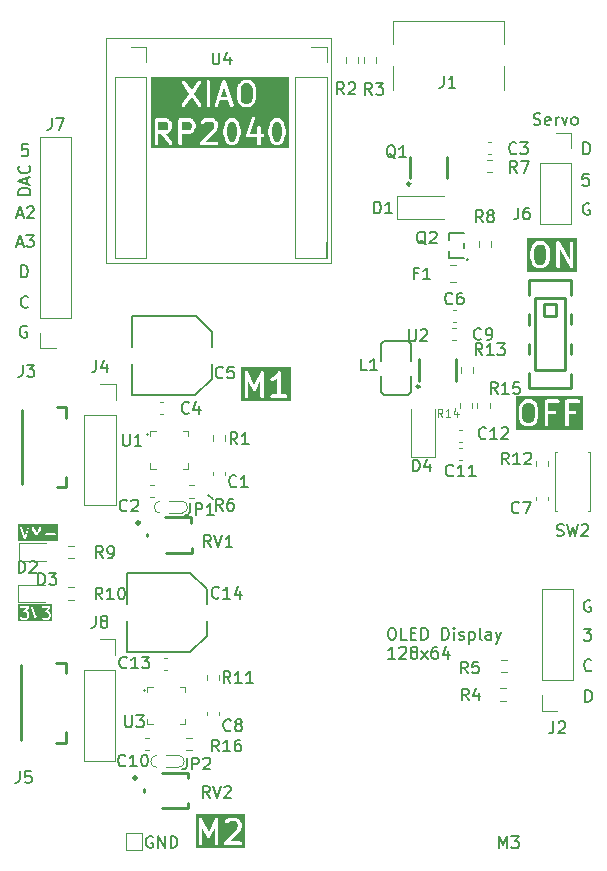
<source format=gto>
%TF.GenerationSoftware,KiCad,Pcbnew,7.0.10-7.0.10~ubuntu22.04.1*%
%TF.CreationDate,2024-02-13T17:03:35+08:00*%
%TF.ProjectId,motor-controller-pcb,6d6f746f-722d-4636-9f6e-74726f6c6c65,2.1b1*%
%TF.SameCoordinates,Original*%
%TF.FileFunction,Legend,Top*%
%TF.FilePolarity,Positive*%
%FSLAX46Y46*%
G04 Gerber Fmt 4.6, Leading zero omitted, Abs format (unit mm)*
G04 Created by KiCad (PCBNEW 7.0.10-7.0.10~ubuntu22.04.1) date 2024-02-13 17:03:35*
%MOMM*%
%LPD*%
G01*
G04 APERTURE LIST*
%ADD10C,0.150000*%
%ADD11C,0.300000*%
%ADD12C,0.120000*%
%ADD13C,0.250000*%
%ADD14C,0.100000*%
G04 APERTURE END LIST*
D10*
X121220000Y-99080000D02*
X120830000Y-98800000D01*
X152796779Y-116269819D02*
X152796779Y-115269819D01*
X152796779Y-115269819D02*
X153034874Y-115269819D01*
X153034874Y-115269819D02*
X153177731Y-115317438D01*
X153177731Y-115317438D02*
X153272969Y-115412676D01*
X153272969Y-115412676D02*
X153320588Y-115507914D01*
X153320588Y-115507914D02*
X153368207Y-115698390D01*
X153368207Y-115698390D02*
X153368207Y-115841247D01*
X153368207Y-115841247D02*
X153320588Y-116031723D01*
X153320588Y-116031723D02*
X153272969Y-116126961D01*
X153272969Y-116126961D02*
X153177731Y-116222200D01*
X153177731Y-116222200D02*
X153034874Y-116269819D01*
X153034874Y-116269819D02*
X152796779Y-116269819D01*
X153220588Y-107717438D02*
X153125350Y-107669819D01*
X153125350Y-107669819D02*
X152982493Y-107669819D01*
X152982493Y-107669819D02*
X152839636Y-107717438D01*
X152839636Y-107717438D02*
X152744398Y-107812676D01*
X152744398Y-107812676D02*
X152696779Y-107907914D01*
X152696779Y-107907914D02*
X152649160Y-108098390D01*
X152649160Y-108098390D02*
X152649160Y-108241247D01*
X152649160Y-108241247D02*
X152696779Y-108431723D01*
X152696779Y-108431723D02*
X152744398Y-108526961D01*
X152744398Y-108526961D02*
X152839636Y-108622200D01*
X152839636Y-108622200D02*
X152982493Y-108669819D01*
X152982493Y-108669819D02*
X153077731Y-108669819D01*
X153077731Y-108669819D02*
X153220588Y-108622200D01*
X153220588Y-108622200D02*
X153268207Y-108574580D01*
X153268207Y-108574580D02*
X153268207Y-108241247D01*
X153268207Y-108241247D02*
X153077731Y-108241247D01*
X136327255Y-110009819D02*
X136517731Y-110009819D01*
X136517731Y-110009819D02*
X136612969Y-110057438D01*
X136612969Y-110057438D02*
X136708207Y-110152676D01*
X136708207Y-110152676D02*
X136755826Y-110343152D01*
X136755826Y-110343152D02*
X136755826Y-110676485D01*
X136755826Y-110676485D02*
X136708207Y-110866961D01*
X136708207Y-110866961D02*
X136612969Y-110962200D01*
X136612969Y-110962200D02*
X136517731Y-111009819D01*
X136517731Y-111009819D02*
X136327255Y-111009819D01*
X136327255Y-111009819D02*
X136232017Y-110962200D01*
X136232017Y-110962200D02*
X136136779Y-110866961D01*
X136136779Y-110866961D02*
X136089160Y-110676485D01*
X136089160Y-110676485D02*
X136089160Y-110343152D01*
X136089160Y-110343152D02*
X136136779Y-110152676D01*
X136136779Y-110152676D02*
X136232017Y-110057438D01*
X136232017Y-110057438D02*
X136327255Y-110009819D01*
X137660588Y-111009819D02*
X137184398Y-111009819D01*
X137184398Y-111009819D02*
X137184398Y-110009819D01*
X137993922Y-110486009D02*
X138327255Y-110486009D01*
X138470112Y-111009819D02*
X137993922Y-111009819D01*
X137993922Y-111009819D02*
X137993922Y-110009819D01*
X137993922Y-110009819D02*
X138470112Y-110009819D01*
X138898684Y-111009819D02*
X138898684Y-110009819D01*
X138898684Y-110009819D02*
X139136779Y-110009819D01*
X139136779Y-110009819D02*
X139279636Y-110057438D01*
X139279636Y-110057438D02*
X139374874Y-110152676D01*
X139374874Y-110152676D02*
X139422493Y-110247914D01*
X139422493Y-110247914D02*
X139470112Y-110438390D01*
X139470112Y-110438390D02*
X139470112Y-110581247D01*
X139470112Y-110581247D02*
X139422493Y-110771723D01*
X139422493Y-110771723D02*
X139374874Y-110866961D01*
X139374874Y-110866961D02*
X139279636Y-110962200D01*
X139279636Y-110962200D02*
X139136779Y-111009819D01*
X139136779Y-111009819D02*
X138898684Y-111009819D01*
X140660589Y-111009819D02*
X140660589Y-110009819D01*
X140660589Y-110009819D02*
X140898684Y-110009819D01*
X140898684Y-110009819D02*
X141041541Y-110057438D01*
X141041541Y-110057438D02*
X141136779Y-110152676D01*
X141136779Y-110152676D02*
X141184398Y-110247914D01*
X141184398Y-110247914D02*
X141232017Y-110438390D01*
X141232017Y-110438390D02*
X141232017Y-110581247D01*
X141232017Y-110581247D02*
X141184398Y-110771723D01*
X141184398Y-110771723D02*
X141136779Y-110866961D01*
X141136779Y-110866961D02*
X141041541Y-110962200D01*
X141041541Y-110962200D02*
X140898684Y-111009819D01*
X140898684Y-111009819D02*
X140660589Y-111009819D01*
X141660589Y-111009819D02*
X141660589Y-110343152D01*
X141660589Y-110009819D02*
X141612970Y-110057438D01*
X141612970Y-110057438D02*
X141660589Y-110105057D01*
X141660589Y-110105057D02*
X141708208Y-110057438D01*
X141708208Y-110057438D02*
X141660589Y-110009819D01*
X141660589Y-110009819D02*
X141660589Y-110105057D01*
X142089160Y-110962200D02*
X142184398Y-111009819D01*
X142184398Y-111009819D02*
X142374874Y-111009819D01*
X142374874Y-111009819D02*
X142470112Y-110962200D01*
X142470112Y-110962200D02*
X142517731Y-110866961D01*
X142517731Y-110866961D02*
X142517731Y-110819342D01*
X142517731Y-110819342D02*
X142470112Y-110724104D01*
X142470112Y-110724104D02*
X142374874Y-110676485D01*
X142374874Y-110676485D02*
X142232017Y-110676485D01*
X142232017Y-110676485D02*
X142136779Y-110628866D01*
X142136779Y-110628866D02*
X142089160Y-110533628D01*
X142089160Y-110533628D02*
X142089160Y-110486009D01*
X142089160Y-110486009D02*
X142136779Y-110390771D01*
X142136779Y-110390771D02*
X142232017Y-110343152D01*
X142232017Y-110343152D02*
X142374874Y-110343152D01*
X142374874Y-110343152D02*
X142470112Y-110390771D01*
X142946303Y-110343152D02*
X142946303Y-111343152D01*
X142946303Y-110390771D02*
X143041541Y-110343152D01*
X143041541Y-110343152D02*
X143232017Y-110343152D01*
X143232017Y-110343152D02*
X143327255Y-110390771D01*
X143327255Y-110390771D02*
X143374874Y-110438390D01*
X143374874Y-110438390D02*
X143422493Y-110533628D01*
X143422493Y-110533628D02*
X143422493Y-110819342D01*
X143422493Y-110819342D02*
X143374874Y-110914580D01*
X143374874Y-110914580D02*
X143327255Y-110962200D01*
X143327255Y-110962200D02*
X143232017Y-111009819D01*
X143232017Y-111009819D02*
X143041541Y-111009819D01*
X143041541Y-111009819D02*
X142946303Y-110962200D01*
X143993922Y-111009819D02*
X143898684Y-110962200D01*
X143898684Y-110962200D02*
X143851065Y-110866961D01*
X143851065Y-110866961D02*
X143851065Y-110009819D01*
X144803446Y-111009819D02*
X144803446Y-110486009D01*
X144803446Y-110486009D02*
X144755827Y-110390771D01*
X144755827Y-110390771D02*
X144660589Y-110343152D01*
X144660589Y-110343152D02*
X144470113Y-110343152D01*
X144470113Y-110343152D02*
X144374875Y-110390771D01*
X144803446Y-110962200D02*
X144708208Y-111009819D01*
X144708208Y-111009819D02*
X144470113Y-111009819D01*
X144470113Y-111009819D02*
X144374875Y-110962200D01*
X144374875Y-110962200D02*
X144327256Y-110866961D01*
X144327256Y-110866961D02*
X144327256Y-110771723D01*
X144327256Y-110771723D02*
X144374875Y-110676485D01*
X144374875Y-110676485D02*
X144470113Y-110628866D01*
X144470113Y-110628866D02*
X144708208Y-110628866D01*
X144708208Y-110628866D02*
X144803446Y-110581247D01*
X145184399Y-110343152D02*
X145422494Y-111009819D01*
X145660589Y-110343152D02*
X145422494Y-111009819D01*
X145422494Y-111009819D02*
X145327256Y-111247914D01*
X145327256Y-111247914D02*
X145279637Y-111295533D01*
X145279637Y-111295533D02*
X145184399Y-111343152D01*
X136660588Y-112619819D02*
X136089160Y-112619819D01*
X136374874Y-112619819D02*
X136374874Y-111619819D01*
X136374874Y-111619819D02*
X136279636Y-111762676D01*
X136279636Y-111762676D02*
X136184398Y-111857914D01*
X136184398Y-111857914D02*
X136089160Y-111905533D01*
X137041541Y-111715057D02*
X137089160Y-111667438D01*
X137089160Y-111667438D02*
X137184398Y-111619819D01*
X137184398Y-111619819D02*
X137422493Y-111619819D01*
X137422493Y-111619819D02*
X137517731Y-111667438D01*
X137517731Y-111667438D02*
X137565350Y-111715057D01*
X137565350Y-111715057D02*
X137612969Y-111810295D01*
X137612969Y-111810295D02*
X137612969Y-111905533D01*
X137612969Y-111905533D02*
X137565350Y-112048390D01*
X137565350Y-112048390D02*
X136993922Y-112619819D01*
X136993922Y-112619819D02*
X137612969Y-112619819D01*
X138184398Y-112048390D02*
X138089160Y-112000771D01*
X138089160Y-112000771D02*
X138041541Y-111953152D01*
X138041541Y-111953152D02*
X137993922Y-111857914D01*
X137993922Y-111857914D02*
X137993922Y-111810295D01*
X137993922Y-111810295D02*
X138041541Y-111715057D01*
X138041541Y-111715057D02*
X138089160Y-111667438D01*
X138089160Y-111667438D02*
X138184398Y-111619819D01*
X138184398Y-111619819D02*
X138374874Y-111619819D01*
X138374874Y-111619819D02*
X138470112Y-111667438D01*
X138470112Y-111667438D02*
X138517731Y-111715057D01*
X138517731Y-111715057D02*
X138565350Y-111810295D01*
X138565350Y-111810295D02*
X138565350Y-111857914D01*
X138565350Y-111857914D02*
X138517731Y-111953152D01*
X138517731Y-111953152D02*
X138470112Y-112000771D01*
X138470112Y-112000771D02*
X138374874Y-112048390D01*
X138374874Y-112048390D02*
X138184398Y-112048390D01*
X138184398Y-112048390D02*
X138089160Y-112096009D01*
X138089160Y-112096009D02*
X138041541Y-112143628D01*
X138041541Y-112143628D02*
X137993922Y-112238866D01*
X137993922Y-112238866D02*
X137993922Y-112429342D01*
X137993922Y-112429342D02*
X138041541Y-112524580D01*
X138041541Y-112524580D02*
X138089160Y-112572200D01*
X138089160Y-112572200D02*
X138184398Y-112619819D01*
X138184398Y-112619819D02*
X138374874Y-112619819D01*
X138374874Y-112619819D02*
X138470112Y-112572200D01*
X138470112Y-112572200D02*
X138517731Y-112524580D01*
X138517731Y-112524580D02*
X138565350Y-112429342D01*
X138565350Y-112429342D02*
X138565350Y-112238866D01*
X138565350Y-112238866D02*
X138517731Y-112143628D01*
X138517731Y-112143628D02*
X138470112Y-112096009D01*
X138470112Y-112096009D02*
X138374874Y-112048390D01*
X138898684Y-112619819D02*
X139422493Y-111953152D01*
X138898684Y-111953152D02*
X139422493Y-112619819D01*
X140232017Y-111619819D02*
X140041541Y-111619819D01*
X140041541Y-111619819D02*
X139946303Y-111667438D01*
X139946303Y-111667438D02*
X139898684Y-111715057D01*
X139898684Y-111715057D02*
X139803446Y-111857914D01*
X139803446Y-111857914D02*
X139755827Y-112048390D01*
X139755827Y-112048390D02*
X139755827Y-112429342D01*
X139755827Y-112429342D02*
X139803446Y-112524580D01*
X139803446Y-112524580D02*
X139851065Y-112572200D01*
X139851065Y-112572200D02*
X139946303Y-112619819D01*
X139946303Y-112619819D02*
X140136779Y-112619819D01*
X140136779Y-112619819D02*
X140232017Y-112572200D01*
X140232017Y-112572200D02*
X140279636Y-112524580D01*
X140279636Y-112524580D02*
X140327255Y-112429342D01*
X140327255Y-112429342D02*
X140327255Y-112191247D01*
X140327255Y-112191247D02*
X140279636Y-112096009D01*
X140279636Y-112096009D02*
X140232017Y-112048390D01*
X140232017Y-112048390D02*
X140136779Y-112000771D01*
X140136779Y-112000771D02*
X139946303Y-112000771D01*
X139946303Y-112000771D02*
X139851065Y-112048390D01*
X139851065Y-112048390D02*
X139803446Y-112096009D01*
X139803446Y-112096009D02*
X139755827Y-112191247D01*
X141184398Y-111953152D02*
X141184398Y-112619819D01*
X140946303Y-111572200D02*
X140708208Y-112286485D01*
X140708208Y-112286485D02*
X141327255Y-112286485D01*
X148409160Y-67392200D02*
X148552017Y-67439819D01*
X148552017Y-67439819D02*
X148790112Y-67439819D01*
X148790112Y-67439819D02*
X148885350Y-67392200D01*
X148885350Y-67392200D02*
X148932969Y-67344580D01*
X148932969Y-67344580D02*
X148980588Y-67249342D01*
X148980588Y-67249342D02*
X148980588Y-67154104D01*
X148980588Y-67154104D02*
X148932969Y-67058866D01*
X148932969Y-67058866D02*
X148885350Y-67011247D01*
X148885350Y-67011247D02*
X148790112Y-66963628D01*
X148790112Y-66963628D02*
X148599636Y-66916009D01*
X148599636Y-66916009D02*
X148504398Y-66868390D01*
X148504398Y-66868390D02*
X148456779Y-66820771D01*
X148456779Y-66820771D02*
X148409160Y-66725533D01*
X148409160Y-66725533D02*
X148409160Y-66630295D01*
X148409160Y-66630295D02*
X148456779Y-66535057D01*
X148456779Y-66535057D02*
X148504398Y-66487438D01*
X148504398Y-66487438D02*
X148599636Y-66439819D01*
X148599636Y-66439819D02*
X148837731Y-66439819D01*
X148837731Y-66439819D02*
X148980588Y-66487438D01*
X149790112Y-67392200D02*
X149694874Y-67439819D01*
X149694874Y-67439819D02*
X149504398Y-67439819D01*
X149504398Y-67439819D02*
X149409160Y-67392200D01*
X149409160Y-67392200D02*
X149361541Y-67296961D01*
X149361541Y-67296961D02*
X149361541Y-66916009D01*
X149361541Y-66916009D02*
X149409160Y-66820771D01*
X149409160Y-66820771D02*
X149504398Y-66773152D01*
X149504398Y-66773152D02*
X149694874Y-66773152D01*
X149694874Y-66773152D02*
X149790112Y-66820771D01*
X149790112Y-66820771D02*
X149837731Y-66916009D01*
X149837731Y-66916009D02*
X149837731Y-67011247D01*
X149837731Y-67011247D02*
X149361541Y-67106485D01*
X150266303Y-67439819D02*
X150266303Y-66773152D01*
X150266303Y-66963628D02*
X150313922Y-66868390D01*
X150313922Y-66868390D02*
X150361541Y-66820771D01*
X150361541Y-66820771D02*
X150456779Y-66773152D01*
X150456779Y-66773152D02*
X150552017Y-66773152D01*
X150790113Y-66773152D02*
X151028208Y-67439819D01*
X151028208Y-67439819D02*
X151266303Y-66773152D01*
X151790113Y-67439819D02*
X151694875Y-67392200D01*
X151694875Y-67392200D02*
X151647256Y-67344580D01*
X151647256Y-67344580D02*
X151599637Y-67249342D01*
X151599637Y-67249342D02*
X151599637Y-66963628D01*
X151599637Y-66963628D02*
X151647256Y-66868390D01*
X151647256Y-66868390D02*
X151694875Y-66820771D01*
X151694875Y-66820771D02*
X151790113Y-66773152D01*
X151790113Y-66773152D02*
X151932970Y-66773152D01*
X151932970Y-66773152D02*
X152028208Y-66820771D01*
X152028208Y-66820771D02*
X152075827Y-66868390D01*
X152075827Y-66868390D02*
X152123446Y-66963628D01*
X152123446Y-66963628D02*
X152123446Y-67249342D01*
X152123446Y-67249342D02*
X152075827Y-67344580D01*
X152075827Y-67344580D02*
X152028208Y-67392200D01*
X152028208Y-67392200D02*
X151932970Y-67439819D01*
X151932970Y-67439819D02*
X151790113Y-67439819D01*
X152651541Y-110089819D02*
X153270588Y-110089819D01*
X153270588Y-110089819D02*
X152937255Y-110470771D01*
X152937255Y-110470771D02*
X153080112Y-110470771D01*
X153080112Y-110470771D02*
X153175350Y-110518390D01*
X153175350Y-110518390D02*
X153222969Y-110566009D01*
X153222969Y-110566009D02*
X153270588Y-110661247D01*
X153270588Y-110661247D02*
X153270588Y-110899342D01*
X153270588Y-110899342D02*
X153222969Y-110994580D01*
X153222969Y-110994580D02*
X153175350Y-111042200D01*
X153175350Y-111042200D02*
X153080112Y-111089819D01*
X153080112Y-111089819D02*
X152794398Y-111089819D01*
X152794398Y-111089819D02*
X152699160Y-111042200D01*
X152699160Y-111042200D02*
X152651541Y-110994580D01*
X153298207Y-113574580D02*
X153250588Y-113622200D01*
X153250588Y-113622200D02*
X153107731Y-113669819D01*
X153107731Y-113669819D02*
X153012493Y-113669819D01*
X153012493Y-113669819D02*
X152869636Y-113622200D01*
X152869636Y-113622200D02*
X152774398Y-113526961D01*
X152774398Y-113526961D02*
X152726779Y-113431723D01*
X152726779Y-113431723D02*
X152679160Y-113241247D01*
X152679160Y-113241247D02*
X152679160Y-113098390D01*
X152679160Y-113098390D02*
X152726779Y-112907914D01*
X152726779Y-112907914D02*
X152774398Y-112812676D01*
X152774398Y-112812676D02*
X152869636Y-112717438D01*
X152869636Y-112717438D02*
X153012493Y-112669819D01*
X153012493Y-112669819D02*
X153107731Y-112669819D01*
X153107731Y-112669819D02*
X153250588Y-112717438D01*
X153250588Y-112717438D02*
X153298207Y-112765057D01*
X105789819Y-73333220D02*
X104789819Y-73333220D01*
X104789819Y-73333220D02*
X104789819Y-73095125D01*
X104789819Y-73095125D02*
X104837438Y-72952268D01*
X104837438Y-72952268D02*
X104932676Y-72857030D01*
X104932676Y-72857030D02*
X105027914Y-72809411D01*
X105027914Y-72809411D02*
X105218390Y-72761792D01*
X105218390Y-72761792D02*
X105361247Y-72761792D01*
X105361247Y-72761792D02*
X105551723Y-72809411D01*
X105551723Y-72809411D02*
X105646961Y-72857030D01*
X105646961Y-72857030D02*
X105742200Y-72952268D01*
X105742200Y-72952268D02*
X105789819Y-73095125D01*
X105789819Y-73095125D02*
X105789819Y-73333220D01*
X105504104Y-72380839D02*
X105504104Y-71904649D01*
X105789819Y-72476077D02*
X104789819Y-72142744D01*
X104789819Y-72142744D02*
X105789819Y-71809411D01*
X105694580Y-70904649D02*
X105742200Y-70952268D01*
X105742200Y-70952268D02*
X105789819Y-71095125D01*
X105789819Y-71095125D02*
X105789819Y-71190363D01*
X105789819Y-71190363D02*
X105742200Y-71333220D01*
X105742200Y-71333220D02*
X105646961Y-71428458D01*
X105646961Y-71428458D02*
X105551723Y-71476077D01*
X105551723Y-71476077D02*
X105361247Y-71523696D01*
X105361247Y-71523696D02*
X105218390Y-71523696D01*
X105218390Y-71523696D02*
X105027914Y-71476077D01*
X105027914Y-71476077D02*
X104932676Y-71428458D01*
X104932676Y-71428458D02*
X104837438Y-71333220D01*
X104837438Y-71333220D02*
X104789819Y-71190363D01*
X104789819Y-71190363D02*
X104789819Y-71095125D01*
X104789819Y-71095125D02*
X104837438Y-70952268D01*
X104837438Y-70952268D02*
X104885057Y-70904649D01*
D11*
G36*
X148267085Y-91028154D02*
G01*
X148410971Y-91172040D01*
X148491653Y-91494768D01*
X148491653Y-92124507D01*
X148410970Y-92447235D01*
X148267084Y-92591122D01*
X148130053Y-92659638D01*
X147819920Y-92659638D01*
X147682888Y-92591122D01*
X147539002Y-92447235D01*
X147458320Y-92124506D01*
X147458320Y-91494768D01*
X147539002Y-91172039D01*
X147682888Y-91028154D01*
X147819920Y-90959638D01*
X148130053Y-90959638D01*
X148267085Y-91028154D01*
G37*
G36*
X152601177Y-93245352D02*
G01*
X146872606Y-93245352D01*
X146872606Y-92142971D01*
X147158320Y-92142971D01*
X147163110Y-92160847D01*
X147162799Y-92179351D01*
X147258037Y-92560303D01*
X147258669Y-92561441D01*
X147258669Y-92562746D01*
X147277481Y-92595329D01*
X147295723Y-92628190D01*
X147296840Y-92628860D01*
X147297492Y-92629989D01*
X147487967Y-92820465D01*
X147508882Y-92832540D01*
X147526952Y-92848564D01*
X147717428Y-92943802D01*
X147751206Y-92950714D01*
X147784510Y-92959638D01*
X148165463Y-92959638D01*
X148198764Y-92950714D01*
X148232545Y-92943802D01*
X148423021Y-92848564D01*
X148441089Y-92832541D01*
X148462005Y-92820466D01*
X148472833Y-92809638D01*
X149348796Y-92809638D01*
X149368892Y-92884638D01*
X149423796Y-92939542D01*
X149498796Y-92959638D01*
X149573796Y-92939542D01*
X149628700Y-92884638D01*
X149648796Y-92809638D01*
X151063082Y-92809638D01*
X151083178Y-92884638D01*
X151138082Y-92939542D01*
X151213082Y-92959638D01*
X151288082Y-92939542D01*
X151342986Y-92884638D01*
X151363082Y-92809638D01*
X151363082Y-91912019D01*
X151879749Y-91912019D01*
X151954749Y-91891923D01*
X152009653Y-91837019D01*
X152029749Y-91762019D01*
X152009653Y-91687019D01*
X151954749Y-91632115D01*
X151879749Y-91612019D01*
X151363082Y-91612019D01*
X151363082Y-90959638D01*
X152165463Y-90959638D01*
X152240463Y-90939542D01*
X152295367Y-90884638D01*
X152315463Y-90809638D01*
X152295367Y-90734638D01*
X152240463Y-90679734D01*
X152165463Y-90659638D01*
X151213082Y-90659638D01*
X151138082Y-90679734D01*
X151083178Y-90734638D01*
X151063082Y-90809638D01*
X151063082Y-92809638D01*
X149648796Y-92809638D01*
X149648796Y-91912019D01*
X150165463Y-91912019D01*
X150240463Y-91891923D01*
X150295367Y-91837019D01*
X150315463Y-91762019D01*
X150295367Y-91687019D01*
X150240463Y-91632115D01*
X150165463Y-91612019D01*
X149648796Y-91612019D01*
X149648796Y-90959638D01*
X150451177Y-90959638D01*
X150526177Y-90939542D01*
X150581081Y-90884638D01*
X150601177Y-90809638D01*
X150581081Y-90734638D01*
X150526177Y-90679734D01*
X150451177Y-90659638D01*
X149498796Y-90659638D01*
X149423796Y-90679734D01*
X149368892Y-90734638D01*
X149348796Y-90809638D01*
X149348796Y-92809638D01*
X148472833Y-92809638D01*
X148652481Y-92629989D01*
X148653132Y-92628860D01*
X148654250Y-92628190D01*
X148672491Y-92595329D01*
X148691304Y-92562746D01*
X148691304Y-92561441D01*
X148691936Y-92560303D01*
X148787174Y-92179352D01*
X148786862Y-92160848D01*
X148791653Y-92142971D01*
X148791653Y-91476304D01*
X148786862Y-91458426D01*
X148787174Y-91439923D01*
X148691936Y-91058972D01*
X148691304Y-91057833D01*
X148691304Y-91056529D01*
X148672491Y-91023945D01*
X148654250Y-90991085D01*
X148653132Y-90990414D01*
X148652481Y-90989286D01*
X148462005Y-90798810D01*
X148441089Y-90786734D01*
X148423021Y-90770712D01*
X148232545Y-90675474D01*
X148198764Y-90668561D01*
X148165463Y-90659638D01*
X147784510Y-90659638D01*
X147751206Y-90668561D01*
X147717428Y-90675474D01*
X147526952Y-90770712D01*
X147508882Y-90786735D01*
X147487968Y-90798810D01*
X147297492Y-90989286D01*
X147296840Y-90990414D01*
X147295723Y-90991085D01*
X147277481Y-91023945D01*
X147258669Y-91056529D01*
X147258669Y-91057833D01*
X147258037Y-91058972D01*
X147162799Y-91439924D01*
X147163110Y-91458427D01*
X147158320Y-91476304D01*
X147158320Y-92142971D01*
X146872606Y-92142971D01*
X146872606Y-90373924D01*
X152601177Y-90373924D01*
X152601177Y-93245352D01*
G37*
D10*
G36*
X108105402Y-102676865D02*
G01*
X104766093Y-102676865D01*
X104766093Y-101457770D01*
X104908950Y-101457770D01*
X104912771Y-101483536D01*
X105246104Y-102483536D01*
X105247446Y-102485227D01*
X105247505Y-102487386D01*
X105263254Y-102505147D01*
X105277995Y-102523722D01*
X105280108Y-102524154D01*
X105281542Y-102525771D01*
X105305012Y-102529251D01*
X105328256Y-102534008D01*
X105330155Y-102532979D01*
X105332291Y-102533296D01*
X105352504Y-102520877D01*
X105373370Y-102509579D01*
X105374163Y-102507571D01*
X105376003Y-102506441D01*
X105388406Y-102483536D01*
X105396312Y-102459819D01*
X105908922Y-102459819D01*
X105926469Y-102508028D01*
X105970898Y-102533680D01*
X106021422Y-102524771D01*
X106054399Y-102485471D01*
X106058922Y-102459819D01*
X106058922Y-101797886D01*
X106249291Y-102205821D01*
X106263057Y-102219579D01*
X106274218Y-102235528D01*
X106280777Y-102237287D01*
X106285579Y-102242086D01*
X106304968Y-102243777D01*
X106323770Y-102248821D01*
X106329923Y-102245953D01*
X106336688Y-102246544D01*
X106352630Y-102235372D01*
X106370272Y-102227153D01*
X106375971Y-102219018D01*
X106378704Y-102217104D01*
X106379563Y-102213891D01*
X106385219Y-102205820D01*
X106575588Y-101797886D01*
X106575588Y-102459819D01*
X106593135Y-102508028D01*
X106637564Y-102533680D01*
X106688088Y-102524771D01*
X106721065Y-102485471D01*
X106725588Y-102459819D01*
X106725588Y-102065842D01*
X107052918Y-102065842D01*
X107061827Y-102116366D01*
X107101127Y-102149343D01*
X107126779Y-102153866D01*
X107432731Y-102153866D01*
X107432731Y-102459819D01*
X107450278Y-102508028D01*
X107494707Y-102533680D01*
X107545231Y-102524771D01*
X107578208Y-102485471D01*
X107582731Y-102459819D01*
X107582731Y-102153866D01*
X107888684Y-102153866D01*
X107936893Y-102136319D01*
X107962545Y-102091890D01*
X107953636Y-102041366D01*
X107914336Y-102008389D01*
X107888684Y-102003866D01*
X107582731Y-102003866D01*
X107582731Y-101697914D01*
X107565184Y-101649705D01*
X107520755Y-101624053D01*
X107470231Y-101632962D01*
X107437254Y-101672262D01*
X107432731Y-101697914D01*
X107432731Y-102003866D01*
X107126779Y-102003866D01*
X107078570Y-102021413D01*
X107052918Y-102065842D01*
X106725588Y-102065842D01*
X106725588Y-101459819D01*
X106722162Y-101450406D01*
X106723038Y-101440429D01*
X106713644Y-101427004D01*
X106708041Y-101411610D01*
X106699368Y-101406602D01*
X106693625Y-101398395D01*
X106677799Y-101394149D01*
X106663612Y-101385958D01*
X106653748Y-101387697D01*
X106644074Y-101385102D01*
X106629222Y-101392021D01*
X106613088Y-101394867D01*
X106606649Y-101402539D01*
X106597571Y-101406770D01*
X106582624Y-101428102D01*
X106317254Y-101996750D01*
X106051886Y-101428103D01*
X106044800Y-101421022D01*
X106041375Y-101411610D01*
X106027185Y-101403417D01*
X106015598Y-101391837D01*
X106005621Y-101390966D01*
X105996946Y-101385958D01*
X105980810Y-101388803D01*
X105964489Y-101387380D01*
X105956285Y-101393127D01*
X105946422Y-101394867D01*
X105935890Y-101407417D01*
X105922473Y-101416819D01*
X105919883Y-101426493D01*
X105913445Y-101434167D01*
X105908922Y-101459819D01*
X105908922Y-102459819D01*
X105396312Y-102459819D01*
X105721739Y-101483536D01*
X105720338Y-101432253D01*
X105686300Y-101393867D01*
X105635552Y-101386342D01*
X105591839Y-101413197D01*
X105579437Y-101436102D01*
X105317255Y-102222648D01*
X105055073Y-101436102D01*
X105023182Y-101395916D01*
X104972921Y-101385630D01*
X104927807Y-101410059D01*
X104908950Y-101457770D01*
X104766093Y-101457770D01*
X104766093Y-101242245D01*
X108105402Y-101242245D01*
X108105402Y-102676865D01*
G37*
X153120588Y-74097438D02*
X153025350Y-74049819D01*
X153025350Y-74049819D02*
X152882493Y-74049819D01*
X152882493Y-74049819D02*
X152739636Y-74097438D01*
X152739636Y-74097438D02*
X152644398Y-74192676D01*
X152644398Y-74192676D02*
X152596779Y-74287914D01*
X152596779Y-74287914D02*
X152549160Y-74478390D01*
X152549160Y-74478390D02*
X152549160Y-74621247D01*
X152549160Y-74621247D02*
X152596779Y-74811723D01*
X152596779Y-74811723D02*
X152644398Y-74906961D01*
X152644398Y-74906961D02*
X152739636Y-75002200D01*
X152739636Y-75002200D02*
X152882493Y-75049819D01*
X152882493Y-75049819D02*
X152977731Y-75049819D01*
X152977731Y-75049819D02*
X153120588Y-75002200D01*
X153120588Y-75002200D02*
X153168207Y-74954580D01*
X153168207Y-74954580D02*
X153168207Y-74621247D01*
X153168207Y-74621247D02*
X152977731Y-74621247D01*
X152616779Y-69909819D02*
X152616779Y-68909819D01*
X152616779Y-68909819D02*
X152854874Y-68909819D01*
X152854874Y-68909819D02*
X152997731Y-68957438D01*
X152997731Y-68957438D02*
X153092969Y-69052676D01*
X153092969Y-69052676D02*
X153140588Y-69147914D01*
X153140588Y-69147914D02*
X153188207Y-69338390D01*
X153188207Y-69338390D02*
X153188207Y-69481247D01*
X153188207Y-69481247D02*
X153140588Y-69671723D01*
X153140588Y-69671723D02*
X153092969Y-69766961D01*
X153092969Y-69766961D02*
X152997731Y-69862200D01*
X152997731Y-69862200D02*
X152854874Y-69909819D01*
X152854874Y-69909819D02*
X152616779Y-69909819D01*
G36*
X107647969Y-109467676D02*
G01*
X104784823Y-109467676D01*
X104784823Y-108236795D01*
X104927680Y-108236795D01*
X104936589Y-108287319D01*
X104975889Y-108320296D01*
X105001541Y-108324819D01*
X105455306Y-108324819D01*
X105230812Y-108581383D01*
X105223505Y-108600234D01*
X105213394Y-108617747D01*
X105214433Y-108623640D01*
X105212271Y-108629219D01*
X105218791Y-108648358D01*
X105222303Y-108668271D01*
X105226886Y-108672116D01*
X105228816Y-108677781D01*
X105246114Y-108688251D01*
X105261603Y-108701248D01*
X105270046Y-108702736D01*
X105272705Y-108704346D01*
X105276146Y-108703812D01*
X105287255Y-108705771D01*
X105412407Y-108705771D01*
X105480923Y-108740029D01*
X105511330Y-108770436D01*
X105545588Y-108838952D01*
X105545588Y-109041637D01*
X105511329Y-109110153D01*
X105480922Y-109140561D01*
X105412407Y-109174819D01*
X105162103Y-109174819D01*
X105093587Y-109140561D01*
X105054575Y-109101548D01*
X105008078Y-109079866D01*
X104958523Y-109093143D01*
X104929097Y-109135168D01*
X104933567Y-109186275D01*
X104948507Y-109207612D01*
X104996126Y-109255232D01*
X104997607Y-109255922D01*
X105015619Y-109269282D01*
X105110857Y-109316901D01*
X105115310Y-109317413D01*
X105118746Y-109320296D01*
X105144398Y-109324819D01*
X105430112Y-109324819D01*
X105434325Y-109323285D01*
X105438686Y-109324327D01*
X105463653Y-109316901D01*
X105558891Y-109269282D01*
X105560015Y-109268094D01*
X105578384Y-109255232D01*
X105626002Y-109207613D01*
X105626692Y-109206131D01*
X105640051Y-109188121D01*
X105687670Y-109092883D01*
X105688182Y-109088429D01*
X105691065Y-109084994D01*
X105695588Y-109059342D01*
X105695588Y-108821247D01*
X105694054Y-108817033D01*
X105695096Y-108812672D01*
X105687670Y-108787706D01*
X105640051Y-108692468D01*
X105638861Y-108691342D01*
X105626002Y-108672976D01*
X105578383Y-108625357D01*
X105576901Y-108624666D01*
X105558891Y-108611308D01*
X105463653Y-108563689D01*
X105459199Y-108563176D01*
X105455764Y-108560294D01*
X105449540Y-108559196D01*
X105677031Y-108299207D01*
X105684337Y-108280355D01*
X105694449Y-108262843D01*
X105693409Y-108256949D01*
X105695572Y-108251371D01*
X105694345Y-108247770D01*
X105831331Y-108247770D01*
X105835152Y-108273536D01*
X106168485Y-109273536D01*
X106169827Y-109275227D01*
X106169886Y-109277386D01*
X106185635Y-109295147D01*
X106200376Y-109313722D01*
X106202489Y-109314154D01*
X106203923Y-109315771D01*
X106227393Y-109319251D01*
X106250637Y-109324008D01*
X106252536Y-109322979D01*
X106254672Y-109323296D01*
X106274885Y-109310877D01*
X106295751Y-109299579D01*
X106296544Y-109297571D01*
X106298384Y-109296441D01*
X106310787Y-109273536D01*
X106644120Y-108273536D01*
X106643116Y-108236795D01*
X106737204Y-108236795D01*
X106746113Y-108287319D01*
X106785413Y-108320296D01*
X106811065Y-108324819D01*
X107264830Y-108324819D01*
X107040336Y-108581383D01*
X107033029Y-108600234D01*
X107022918Y-108617747D01*
X107023957Y-108623640D01*
X107021795Y-108629219D01*
X107028315Y-108648358D01*
X107031827Y-108668271D01*
X107036410Y-108672116D01*
X107038340Y-108677781D01*
X107055638Y-108688251D01*
X107071127Y-108701248D01*
X107079570Y-108702736D01*
X107082229Y-108704346D01*
X107085670Y-108703812D01*
X107096779Y-108705771D01*
X107221931Y-108705771D01*
X107290447Y-108740029D01*
X107320854Y-108770436D01*
X107355112Y-108838952D01*
X107355112Y-109041637D01*
X107320853Y-109110153D01*
X107290446Y-109140561D01*
X107221931Y-109174819D01*
X106971627Y-109174819D01*
X106903111Y-109140561D01*
X106864099Y-109101548D01*
X106817602Y-109079866D01*
X106768047Y-109093143D01*
X106738621Y-109135168D01*
X106743091Y-109186275D01*
X106758031Y-109207612D01*
X106805650Y-109255232D01*
X106807131Y-109255922D01*
X106825143Y-109269282D01*
X106920381Y-109316901D01*
X106924834Y-109317413D01*
X106928270Y-109320296D01*
X106953922Y-109324819D01*
X107239636Y-109324819D01*
X107243849Y-109323285D01*
X107248210Y-109324327D01*
X107273177Y-109316901D01*
X107368415Y-109269282D01*
X107369539Y-109268094D01*
X107387908Y-109255232D01*
X107435526Y-109207613D01*
X107436216Y-109206131D01*
X107449575Y-109188121D01*
X107497194Y-109092883D01*
X107497706Y-109088429D01*
X107500589Y-109084994D01*
X107505112Y-109059342D01*
X107505112Y-108821247D01*
X107503578Y-108817033D01*
X107504620Y-108812672D01*
X107497194Y-108787706D01*
X107449575Y-108692468D01*
X107448385Y-108691342D01*
X107435526Y-108672976D01*
X107387907Y-108625357D01*
X107386425Y-108624666D01*
X107368415Y-108611308D01*
X107273177Y-108563689D01*
X107268723Y-108563176D01*
X107265288Y-108560294D01*
X107259064Y-108559196D01*
X107486555Y-108299207D01*
X107493861Y-108280355D01*
X107503973Y-108262843D01*
X107502933Y-108256949D01*
X107505096Y-108251371D01*
X107498575Y-108232231D01*
X107495064Y-108212319D01*
X107490480Y-108208473D01*
X107488551Y-108202809D01*
X107471252Y-108192338D01*
X107455764Y-108179342D01*
X107447320Y-108177853D01*
X107444662Y-108176244D01*
X107441220Y-108176777D01*
X107430112Y-108174819D01*
X106811065Y-108174819D01*
X106762856Y-108192366D01*
X106737204Y-108236795D01*
X106643116Y-108236795D01*
X106642719Y-108222253D01*
X106608681Y-108183867D01*
X106557933Y-108176342D01*
X106514220Y-108203197D01*
X106501818Y-108226102D01*
X106239636Y-109012648D01*
X105977454Y-108226102D01*
X105945563Y-108185916D01*
X105895302Y-108175630D01*
X105850188Y-108200059D01*
X105831331Y-108247770D01*
X105694345Y-108247770D01*
X105689051Y-108232231D01*
X105685540Y-108212319D01*
X105680956Y-108208473D01*
X105679027Y-108202809D01*
X105661728Y-108192338D01*
X105646240Y-108179342D01*
X105637796Y-108177853D01*
X105635138Y-108176244D01*
X105631696Y-108176777D01*
X105620588Y-108174819D01*
X105001541Y-108174819D01*
X104953332Y-108192366D01*
X104927680Y-108236795D01*
X104784823Y-108236795D01*
X104784823Y-108031962D01*
X107647969Y-108031962D01*
X107647969Y-109467676D01*
G37*
X105608207Y-82834580D02*
X105560588Y-82882200D01*
X105560588Y-82882200D02*
X105417731Y-82929819D01*
X105417731Y-82929819D02*
X105322493Y-82929819D01*
X105322493Y-82929819D02*
X105179636Y-82882200D01*
X105179636Y-82882200D02*
X105084398Y-82786961D01*
X105084398Y-82786961D02*
X105036779Y-82691723D01*
X105036779Y-82691723D02*
X104989160Y-82501247D01*
X104989160Y-82501247D02*
X104989160Y-82358390D01*
X104989160Y-82358390D02*
X105036779Y-82167914D01*
X105036779Y-82167914D02*
X105084398Y-82072676D01*
X105084398Y-82072676D02*
X105179636Y-81977438D01*
X105179636Y-81977438D02*
X105322493Y-81929819D01*
X105322493Y-81929819D02*
X105417731Y-81929819D01*
X105417731Y-81929819D02*
X105560588Y-81977438D01*
X105560588Y-81977438D02*
X105608207Y-82025057D01*
D11*
G36*
X149247085Y-77628154D02*
G01*
X149390971Y-77772040D01*
X149471653Y-78094768D01*
X149471653Y-78724507D01*
X149390970Y-79047235D01*
X149247084Y-79191122D01*
X149110053Y-79259638D01*
X148799920Y-79259638D01*
X148662888Y-79191122D01*
X148519002Y-79047235D01*
X148438320Y-78724506D01*
X148438320Y-78094768D01*
X148519002Y-77772039D01*
X148662888Y-77628154D01*
X148799920Y-77559638D01*
X149110053Y-77559638D01*
X149247085Y-77628154D01*
G37*
G36*
X152057367Y-79845352D02*
G01*
X147852606Y-79845352D01*
X147852606Y-78742971D01*
X148138320Y-78742971D01*
X148143110Y-78760847D01*
X148142799Y-78779351D01*
X148238037Y-79160303D01*
X148238669Y-79161441D01*
X148238669Y-79162746D01*
X148257481Y-79195329D01*
X148275723Y-79228190D01*
X148276840Y-79228860D01*
X148277492Y-79229989D01*
X148467967Y-79420465D01*
X148488882Y-79432540D01*
X148506952Y-79448564D01*
X148697428Y-79543802D01*
X148731206Y-79550714D01*
X148764510Y-79559638D01*
X149145463Y-79559638D01*
X149178764Y-79550714D01*
X149212545Y-79543802D01*
X149403021Y-79448564D01*
X149421089Y-79432541D01*
X149442005Y-79420466D01*
X149452833Y-79409638D01*
X150328796Y-79409638D01*
X150348892Y-79484638D01*
X150403796Y-79539542D01*
X150478796Y-79559638D01*
X150553796Y-79539542D01*
X150608700Y-79484638D01*
X150628796Y-79409638D01*
X150628796Y-77974472D01*
X151491416Y-79484059D01*
X151491659Y-79484304D01*
X151491749Y-79484638D01*
X151518913Y-79511802D01*
X151546075Y-79539207D01*
X151546409Y-79539298D01*
X151546653Y-79539542D01*
X151583753Y-79549482D01*
X151620985Y-79559637D01*
X151621320Y-79559548D01*
X151621653Y-79559638D01*
X151658858Y-79549668D01*
X151696074Y-79539874D01*
X151696318Y-79539631D01*
X151696653Y-79539542D01*
X151723873Y-79512321D01*
X151751222Y-79485216D01*
X151751313Y-79484881D01*
X151751557Y-79484638D01*
X151761497Y-79447537D01*
X151771652Y-79410306D01*
X151771563Y-79409970D01*
X151771653Y-79409638D01*
X151771653Y-77409638D01*
X151751557Y-77334638D01*
X151696653Y-77279734D01*
X151621653Y-77259638D01*
X151546653Y-77279734D01*
X151491749Y-77334638D01*
X151471653Y-77409638D01*
X151471653Y-78844803D01*
X150609032Y-77335217D01*
X150608789Y-77334972D01*
X150608700Y-77334638D01*
X150581479Y-77307417D01*
X150554374Y-77280069D01*
X150554039Y-77279977D01*
X150553796Y-77279734D01*
X150516695Y-77269793D01*
X150479464Y-77259639D01*
X150479128Y-77259727D01*
X150478796Y-77259638D01*
X150441590Y-77269607D01*
X150404375Y-77279402D01*
X150404130Y-77279644D01*
X150403796Y-77279734D01*
X150376575Y-77306954D01*
X150349227Y-77334060D01*
X150349135Y-77334394D01*
X150348892Y-77334638D01*
X150338951Y-77371738D01*
X150328797Y-77408970D01*
X150328885Y-77409305D01*
X150328796Y-77409638D01*
X150328796Y-79409638D01*
X149452833Y-79409638D01*
X149632481Y-79229989D01*
X149633132Y-79228860D01*
X149634250Y-79228190D01*
X149652491Y-79195329D01*
X149671304Y-79162746D01*
X149671304Y-79161441D01*
X149671936Y-79160303D01*
X149767174Y-78779352D01*
X149766862Y-78760848D01*
X149771653Y-78742971D01*
X149771653Y-78076304D01*
X149766862Y-78058426D01*
X149767174Y-78039923D01*
X149671936Y-77658972D01*
X149671304Y-77657833D01*
X149671304Y-77656529D01*
X149652491Y-77623945D01*
X149634250Y-77591085D01*
X149633132Y-77590414D01*
X149632481Y-77589286D01*
X149442005Y-77398810D01*
X149421089Y-77386734D01*
X149403021Y-77370712D01*
X149212545Y-77275474D01*
X149178764Y-77268561D01*
X149145463Y-77259638D01*
X148764510Y-77259638D01*
X148731206Y-77268561D01*
X148697428Y-77275474D01*
X148506952Y-77370712D01*
X148488882Y-77386735D01*
X148467968Y-77398810D01*
X148277492Y-77589286D01*
X148276840Y-77590414D01*
X148275723Y-77591085D01*
X148257481Y-77623945D01*
X148238669Y-77656529D01*
X148238669Y-77657833D01*
X148238037Y-77658972D01*
X148142799Y-78039924D01*
X148143110Y-78058427D01*
X148138320Y-78076304D01*
X148138320Y-78742971D01*
X147852606Y-78742971D01*
X147852606Y-76973924D01*
X152057367Y-76973924D01*
X152057367Y-79845352D01*
G37*
D10*
X105016779Y-80329819D02*
X105016779Y-79329819D01*
X105016779Y-79329819D02*
X105254874Y-79329819D01*
X105254874Y-79329819D02*
X105397731Y-79377438D01*
X105397731Y-79377438D02*
X105492969Y-79472676D01*
X105492969Y-79472676D02*
X105540588Y-79567914D01*
X105540588Y-79567914D02*
X105588207Y-79758390D01*
X105588207Y-79758390D02*
X105588207Y-79901247D01*
X105588207Y-79901247D02*
X105540588Y-80091723D01*
X105540588Y-80091723D02*
X105492969Y-80186961D01*
X105492969Y-80186961D02*
X105397731Y-80282200D01*
X105397731Y-80282200D02*
X105254874Y-80329819D01*
X105254874Y-80329819D02*
X105016779Y-80329819D01*
D11*
G36*
X127852605Y-90835352D02*
G01*
X123647844Y-90835352D01*
X123647844Y-90399638D01*
X123933558Y-90399638D01*
X123953654Y-90474638D01*
X124008558Y-90529542D01*
X124083558Y-90549638D01*
X124158558Y-90529542D01*
X124213462Y-90474638D01*
X124233558Y-90399638D01*
X124233558Y-89075771D01*
X124614298Y-89891642D01*
X124622805Y-89901774D01*
X124627327Y-89914209D01*
X124647382Y-89931047D01*
X124664225Y-89951108D01*
X124676661Y-89955630D01*
X124686792Y-89964136D01*
X124712580Y-89968691D01*
X124737196Y-89977642D01*
X124750225Y-89975340D01*
X124763254Y-89977642D01*
X124787864Y-89968692D01*
X124813658Y-89964137D01*
X124823792Y-89955627D01*
X124836225Y-89951107D01*
X124853062Y-89931052D01*
X124873123Y-89914210D01*
X124877645Y-89901774D01*
X124886152Y-89891642D01*
X125266891Y-89075772D01*
X125266891Y-90399638D01*
X125286987Y-90474638D01*
X125341891Y-90529542D01*
X125416891Y-90549638D01*
X125491891Y-90529542D01*
X125546795Y-90474638D01*
X125566891Y-90399638D01*
X126124034Y-90399638D01*
X126144130Y-90474638D01*
X126199034Y-90529542D01*
X126274034Y-90549638D01*
X126845462Y-90549638D01*
X127416891Y-90549638D01*
X127491891Y-90529542D01*
X127546795Y-90474638D01*
X127566891Y-90399638D01*
X127546795Y-90324638D01*
X127491891Y-90269734D01*
X127416891Y-90249638D01*
X126995462Y-90249638D01*
X126995462Y-88399638D01*
X126986620Y-88366641D01*
X126979923Y-88333154D01*
X126976649Y-88329429D01*
X126975366Y-88324638D01*
X126951208Y-88300480D01*
X126928667Y-88274831D01*
X126923970Y-88273242D01*
X126920462Y-88269734D01*
X126887465Y-88260892D01*
X126855116Y-88249949D01*
X126850252Y-88250921D01*
X126845462Y-88249638D01*
X126812465Y-88258479D01*
X126778978Y-88265177D01*
X126775253Y-88268450D01*
X126770462Y-88269734D01*
X126746308Y-88293887D01*
X126720654Y-88316433D01*
X126538416Y-88589790D01*
X126375656Y-88752550D01*
X126206952Y-88836902D01*
X126148857Y-88888417D01*
X126124303Y-88962079D01*
X126139870Y-89038148D01*
X126191385Y-89096243D01*
X126265047Y-89120797D01*
X126341116Y-89105230D01*
X126531592Y-89009992D01*
X126549660Y-88993969D01*
X126570576Y-88981894D01*
X126695462Y-88857008D01*
X126695462Y-90249638D01*
X126274034Y-90249638D01*
X126199034Y-90269734D01*
X126144130Y-90324638D01*
X126124034Y-90399638D01*
X125566891Y-90399638D01*
X125566891Y-88399638D01*
X125565162Y-88393186D01*
X125566324Y-88386609D01*
X125555212Y-88356051D01*
X125546795Y-88324638D01*
X125542071Y-88319914D01*
X125539789Y-88313638D01*
X125514888Y-88292731D01*
X125491891Y-88269734D01*
X125485438Y-88268005D01*
X125480324Y-88263711D01*
X125448304Y-88258055D01*
X125416891Y-88249638D01*
X125410439Y-88251366D01*
X125403862Y-88250205D01*
X125373302Y-88261317D01*
X125341891Y-88269734D01*
X125337167Y-88274457D01*
X125330890Y-88276740D01*
X125309980Y-88301644D01*
X125286987Y-88324638D01*
X125285258Y-88331090D01*
X125280963Y-88336206D01*
X124750225Y-89473502D01*
X124219485Y-88336205D01*
X124215190Y-88331090D01*
X124213462Y-88324638D01*
X124190464Y-88301640D01*
X124169558Y-88276740D01*
X124163281Y-88274457D01*
X124158558Y-88269734D01*
X124127144Y-88261316D01*
X124096587Y-88250205D01*
X124090009Y-88251366D01*
X124083558Y-88249638D01*
X124052144Y-88258055D01*
X124020125Y-88263711D01*
X124015010Y-88268005D01*
X124008558Y-88269734D01*
X123985560Y-88292731D01*
X123960660Y-88313638D01*
X123958377Y-88319914D01*
X123953654Y-88324638D01*
X123945236Y-88356051D01*
X123934125Y-88386609D01*
X123935286Y-88393186D01*
X123933558Y-88399638D01*
X123933558Y-90399638D01*
X123647844Y-90399638D01*
X123647844Y-87963924D01*
X127852605Y-87963924D01*
X127852605Y-90835352D01*
G37*
D10*
X116140588Y-127697438D02*
X116045350Y-127649819D01*
X116045350Y-127649819D02*
X115902493Y-127649819D01*
X115902493Y-127649819D02*
X115759636Y-127697438D01*
X115759636Y-127697438D02*
X115664398Y-127792676D01*
X115664398Y-127792676D02*
X115616779Y-127887914D01*
X115616779Y-127887914D02*
X115569160Y-128078390D01*
X115569160Y-128078390D02*
X115569160Y-128221247D01*
X115569160Y-128221247D02*
X115616779Y-128411723D01*
X115616779Y-128411723D02*
X115664398Y-128506961D01*
X115664398Y-128506961D02*
X115759636Y-128602200D01*
X115759636Y-128602200D02*
X115902493Y-128649819D01*
X115902493Y-128649819D02*
X115997731Y-128649819D01*
X115997731Y-128649819D02*
X116140588Y-128602200D01*
X116140588Y-128602200D02*
X116188207Y-128554580D01*
X116188207Y-128554580D02*
X116188207Y-128221247D01*
X116188207Y-128221247D02*
X115997731Y-128221247D01*
X116616779Y-128649819D02*
X116616779Y-127649819D01*
X116616779Y-127649819D02*
X117188207Y-128649819D01*
X117188207Y-128649819D02*
X117188207Y-127649819D01*
X117664398Y-128649819D02*
X117664398Y-127649819D01*
X117664398Y-127649819D02*
X117902493Y-127649819D01*
X117902493Y-127649819D02*
X118045350Y-127697438D01*
X118045350Y-127697438D02*
X118140588Y-127792676D01*
X118140588Y-127792676D02*
X118188207Y-127887914D01*
X118188207Y-127887914D02*
X118235826Y-128078390D01*
X118235826Y-128078390D02*
X118235826Y-128221247D01*
X118235826Y-128221247D02*
X118188207Y-128411723D01*
X118188207Y-128411723D02*
X118140588Y-128506961D01*
X118140588Y-128506961D02*
X118045350Y-128602200D01*
X118045350Y-128602200D02*
X117902493Y-128649819D01*
X117902493Y-128649819D02*
X117664398Y-128649819D01*
D11*
G36*
X123982605Y-128675352D02*
G01*
X119777844Y-128675352D01*
X119777844Y-128239638D01*
X120063558Y-128239638D01*
X120083654Y-128314638D01*
X120138558Y-128369542D01*
X120213558Y-128389638D01*
X120288558Y-128369542D01*
X120343462Y-128314638D01*
X120363558Y-128239638D01*
X120363558Y-126915771D01*
X120744298Y-127731642D01*
X120752805Y-127741774D01*
X120757327Y-127754209D01*
X120777382Y-127771047D01*
X120794225Y-127791108D01*
X120806661Y-127795630D01*
X120816792Y-127804136D01*
X120842580Y-127808691D01*
X120867196Y-127817642D01*
X120880225Y-127815340D01*
X120893254Y-127817642D01*
X120917864Y-127808692D01*
X120943658Y-127804137D01*
X120953792Y-127795627D01*
X120966225Y-127791107D01*
X120983062Y-127771052D01*
X121003123Y-127754210D01*
X121007645Y-127741774D01*
X121016152Y-127731642D01*
X121396891Y-126915772D01*
X121396891Y-128239638D01*
X121416987Y-128314638D01*
X121471891Y-128369542D01*
X121546891Y-128389638D01*
X121621891Y-128369542D01*
X121676795Y-128314638D01*
X121696891Y-128239638D01*
X122158796Y-128239638D01*
X122163907Y-128258712D01*
X122163907Y-128278461D01*
X122173780Y-128295563D01*
X122178892Y-128314638D01*
X122192856Y-128328602D01*
X122202730Y-128345704D01*
X122219831Y-128355577D01*
X122233796Y-128369542D01*
X122252870Y-128374653D01*
X122269973Y-128384527D01*
X122289721Y-128384527D01*
X122308796Y-128389638D01*
X123546891Y-128389638D01*
X123621891Y-128369542D01*
X123676795Y-128314638D01*
X123696891Y-128239638D01*
X123676795Y-128164638D01*
X123621891Y-128109734D01*
X123546891Y-128089638D01*
X122670928Y-128089638D01*
X123557719Y-127202846D01*
X123574960Y-127172983D01*
X123593955Y-127144214D01*
X123689193Y-126858500D01*
X123690640Y-126834394D01*
X123696891Y-126811066D01*
X123696891Y-126620590D01*
X123687967Y-126587286D01*
X123681055Y-126553508D01*
X123585817Y-126363032D01*
X123569793Y-126344962D01*
X123557719Y-126324048D01*
X123462481Y-126228810D01*
X123441565Y-126216734D01*
X123423497Y-126200712D01*
X123233021Y-126105474D01*
X123199240Y-126098561D01*
X123165939Y-126089638D01*
X122689748Y-126089638D01*
X122656444Y-126098561D01*
X122622666Y-126105474D01*
X122432190Y-126200712D01*
X122414120Y-126216735D01*
X122393206Y-126228810D01*
X122297968Y-126324048D01*
X122259145Y-126391291D01*
X122259145Y-126468937D01*
X122297968Y-126536180D01*
X122365211Y-126575003D01*
X122442857Y-126575003D01*
X122510100Y-126536180D01*
X122588126Y-126458154D01*
X122725158Y-126389638D01*
X123130529Y-126389638D01*
X123267561Y-126458154D01*
X123328375Y-126518968D01*
X123396891Y-126656000D01*
X123396891Y-126786726D01*
X123320548Y-127015752D01*
X122202730Y-128133572D01*
X122192856Y-128150673D01*
X122178892Y-128164638D01*
X122173780Y-128183712D01*
X122163907Y-128200815D01*
X122163907Y-128220563D01*
X122158796Y-128239638D01*
X121696891Y-128239638D01*
X121696891Y-126239638D01*
X121695162Y-126233186D01*
X121696324Y-126226609D01*
X121685212Y-126196051D01*
X121676795Y-126164638D01*
X121672071Y-126159914D01*
X121669789Y-126153638D01*
X121644888Y-126132731D01*
X121621891Y-126109734D01*
X121615438Y-126108005D01*
X121610324Y-126103711D01*
X121578304Y-126098055D01*
X121546891Y-126089638D01*
X121540439Y-126091366D01*
X121533862Y-126090205D01*
X121503302Y-126101317D01*
X121471891Y-126109734D01*
X121467167Y-126114457D01*
X121460890Y-126116740D01*
X121439980Y-126141644D01*
X121416987Y-126164638D01*
X121415258Y-126171090D01*
X121410963Y-126176206D01*
X120880225Y-127313502D01*
X120349485Y-126176205D01*
X120345190Y-126171090D01*
X120343462Y-126164638D01*
X120320464Y-126141640D01*
X120299558Y-126116740D01*
X120293281Y-126114457D01*
X120288558Y-126109734D01*
X120257144Y-126101316D01*
X120226587Y-126090205D01*
X120220009Y-126091366D01*
X120213558Y-126089638D01*
X120182144Y-126098055D01*
X120150125Y-126103711D01*
X120145010Y-126108005D01*
X120138558Y-126109734D01*
X120115560Y-126132731D01*
X120090660Y-126153638D01*
X120088377Y-126159914D01*
X120083654Y-126164638D01*
X120075236Y-126196051D01*
X120064125Y-126226609D01*
X120065286Y-126233186D01*
X120063558Y-126239638D01*
X120063558Y-128239638D01*
X119777844Y-128239638D01*
X119777844Y-125803924D01*
X123982605Y-125803924D01*
X123982605Y-128675352D01*
G37*
D10*
X145476779Y-128669819D02*
X145476779Y-127669819D01*
X145476779Y-127669819D02*
X145810112Y-128384104D01*
X145810112Y-128384104D02*
X146143445Y-127669819D01*
X146143445Y-127669819D02*
X146143445Y-128669819D01*
X146524398Y-127669819D02*
X147143445Y-127669819D01*
X147143445Y-127669819D02*
X146810112Y-128050771D01*
X146810112Y-128050771D02*
X146952969Y-128050771D01*
X146952969Y-128050771D02*
X147048207Y-128098390D01*
X147048207Y-128098390D02*
X147095826Y-128146009D01*
X147095826Y-128146009D02*
X147143445Y-128241247D01*
X147143445Y-128241247D02*
X147143445Y-128479342D01*
X147143445Y-128479342D02*
X147095826Y-128574580D01*
X147095826Y-128574580D02*
X147048207Y-128622200D01*
X147048207Y-128622200D02*
X146952969Y-128669819D01*
X146952969Y-128669819D02*
X146667255Y-128669819D01*
X146667255Y-128669819D02*
X146572017Y-128622200D01*
X146572017Y-128622200D02*
X146524398Y-128574580D01*
X104649160Y-77474104D02*
X105125350Y-77474104D01*
X104553922Y-77759819D02*
X104887255Y-76759819D01*
X104887255Y-76759819D02*
X105220588Y-77759819D01*
X105458684Y-76759819D02*
X106077731Y-76759819D01*
X106077731Y-76759819D02*
X105744398Y-77140771D01*
X105744398Y-77140771D02*
X105887255Y-77140771D01*
X105887255Y-77140771D02*
X105982493Y-77188390D01*
X105982493Y-77188390D02*
X106030112Y-77236009D01*
X106030112Y-77236009D02*
X106077731Y-77331247D01*
X106077731Y-77331247D02*
X106077731Y-77569342D01*
X106077731Y-77569342D02*
X106030112Y-77664580D01*
X106030112Y-77664580D02*
X105982493Y-77712200D01*
X105982493Y-77712200D02*
X105887255Y-77759819D01*
X105887255Y-77759819D02*
X105601541Y-77759819D01*
X105601541Y-77759819D02*
X105506303Y-77712200D01*
X105506303Y-77712200D02*
X105458684Y-77664580D01*
X104679160Y-75044104D02*
X105155350Y-75044104D01*
X104583922Y-75329819D02*
X104917255Y-74329819D01*
X104917255Y-74329819D02*
X105250588Y-75329819D01*
X105536303Y-74425057D02*
X105583922Y-74377438D01*
X105583922Y-74377438D02*
X105679160Y-74329819D01*
X105679160Y-74329819D02*
X105917255Y-74329819D01*
X105917255Y-74329819D02*
X106012493Y-74377438D01*
X106012493Y-74377438D02*
X106060112Y-74425057D01*
X106060112Y-74425057D02*
X106107731Y-74520295D01*
X106107731Y-74520295D02*
X106107731Y-74615533D01*
X106107731Y-74615533D02*
X106060112Y-74758390D01*
X106060112Y-74758390D02*
X105488684Y-75329819D01*
X105488684Y-75329819D02*
X106107731Y-75329819D01*
D11*
G36*
X117350193Y-67208154D02*
G01*
X117411007Y-67268968D01*
X117479523Y-67406000D01*
X117479523Y-67620894D01*
X117411006Y-67757926D01*
X117350192Y-67818741D01*
X117213161Y-67887257D01*
X116636666Y-67887257D01*
X116636666Y-67139638D01*
X117213161Y-67139638D01*
X117350193Y-67208154D01*
G37*
G36*
X119350193Y-67208154D02*
G01*
X119411007Y-67268968D01*
X119479523Y-67406000D01*
X119479523Y-67620894D01*
X119411006Y-67757926D01*
X119350192Y-67818741D01*
X119213161Y-67887257D01*
X118636666Y-67887257D01*
X118636666Y-67139638D01*
X119213161Y-67139638D01*
X119350193Y-67208154D01*
G37*
G36*
X123064479Y-67208154D02*
G01*
X123125293Y-67268968D01*
X123202282Y-67422946D01*
X123289047Y-67770006D01*
X123289047Y-68209269D01*
X123202282Y-68556329D01*
X123125292Y-68710307D01*
X123064478Y-68771122D01*
X122927447Y-68839638D01*
X122807790Y-68839638D01*
X122670758Y-68771122D01*
X122609944Y-68710307D01*
X122532955Y-68556329D01*
X122446190Y-68209268D01*
X122446190Y-67770006D01*
X122532955Y-67422945D01*
X122609944Y-67268968D01*
X122670758Y-67208154D01*
X122807790Y-67139638D01*
X122927447Y-67139638D01*
X123064479Y-67208154D01*
G37*
G36*
X126874003Y-67208154D02*
G01*
X126934817Y-67268968D01*
X127011806Y-67422946D01*
X127098571Y-67770006D01*
X127098571Y-68209269D01*
X127011806Y-68556329D01*
X126934816Y-68710307D01*
X126874002Y-68771122D01*
X126736971Y-68839638D01*
X126617314Y-68839638D01*
X126480282Y-68771122D01*
X126419468Y-68710307D01*
X126342479Y-68556329D01*
X126255714Y-68209268D01*
X126255714Y-67770006D01*
X126342479Y-67422945D01*
X126419468Y-67268968D01*
X126480282Y-67208154D01*
X126617314Y-67139638D01*
X126736971Y-67139638D01*
X126874003Y-67208154D01*
G37*
G36*
X124397813Y-63988154D02*
G01*
X124541699Y-64132040D01*
X124622381Y-64454768D01*
X124622381Y-65084507D01*
X124541698Y-65407235D01*
X124397812Y-65551122D01*
X124260781Y-65619638D01*
X123950648Y-65619638D01*
X123813616Y-65551122D01*
X123669730Y-65407235D01*
X123589048Y-65084506D01*
X123589048Y-64454768D01*
X123669730Y-64132039D01*
X123813616Y-63988154D01*
X123950648Y-63919638D01*
X124260781Y-63919638D01*
X124397813Y-63988154D01*
G37*
G36*
X122469029Y-65048209D02*
G01*
X121932876Y-65048209D01*
X122200952Y-64243979D01*
X122469029Y-65048209D01*
G37*
G36*
X127684285Y-69425352D02*
G01*
X116050952Y-69425352D01*
X116050952Y-68989638D01*
X116336666Y-68989638D01*
X116356762Y-69064638D01*
X116411666Y-69119542D01*
X116486666Y-69139638D01*
X116561666Y-69119542D01*
X116616570Y-69064638D01*
X116636666Y-68989638D01*
X116636666Y-68187257D01*
X116884758Y-68187257D01*
X117506638Y-69075657D01*
X117566111Y-69125575D01*
X117642575Y-69139069D01*
X117715542Y-69112522D01*
X117765460Y-69053050D01*
X117776650Y-68989638D01*
X118336666Y-68989638D01*
X118356762Y-69064638D01*
X118411666Y-69119542D01*
X118486666Y-69139638D01*
X118561666Y-69119542D01*
X118616570Y-69064638D01*
X118636666Y-68989638D01*
X120146190Y-68989638D01*
X120151301Y-69008712D01*
X120151301Y-69028461D01*
X120161174Y-69045563D01*
X120166286Y-69064638D01*
X120180250Y-69078602D01*
X120190124Y-69095704D01*
X120207225Y-69105577D01*
X120221190Y-69119542D01*
X120240264Y-69124653D01*
X120257367Y-69134527D01*
X120277115Y-69134527D01*
X120296190Y-69139638D01*
X121534285Y-69139638D01*
X121609285Y-69119542D01*
X121664189Y-69064638D01*
X121684285Y-68989638D01*
X121664189Y-68914638D01*
X121609285Y-68859734D01*
X121534285Y-68839638D01*
X120658322Y-68839638D01*
X121270226Y-68227733D01*
X122146190Y-68227733D01*
X122150980Y-68245609D01*
X122150669Y-68264113D01*
X122245907Y-68645065D01*
X122253943Y-68659542D01*
X122257264Y-68675767D01*
X122352502Y-68866243D01*
X122368524Y-68884311D01*
X122380599Y-68905226D01*
X122475838Y-69000466D01*
X122496752Y-69012540D01*
X122514822Y-69028564D01*
X122705298Y-69123802D01*
X122739076Y-69130714D01*
X122772380Y-69139638D01*
X122962857Y-69139638D01*
X122996158Y-69130714D01*
X123029939Y-69123802D01*
X123220415Y-69028564D01*
X123238483Y-69012541D01*
X123259400Y-69000465D01*
X123354638Y-68905226D01*
X123366713Y-68884311D01*
X123382735Y-68866243D01*
X123477973Y-68675767D01*
X123481293Y-68659542D01*
X123489330Y-68645065D01*
X123569854Y-68322971D01*
X124050952Y-68322971D01*
X124054914Y-68337758D01*
X124053997Y-68353043D01*
X124064797Y-68374643D01*
X124071048Y-68397971D01*
X124081874Y-68408797D01*
X124088722Y-68422492D01*
X124108875Y-68435798D01*
X124125952Y-68452875D01*
X124140740Y-68456837D01*
X124153518Y-68465274D01*
X124177626Y-68466721D01*
X124200952Y-68472971D01*
X125003333Y-68472971D01*
X125003333Y-68989638D01*
X125023429Y-69064638D01*
X125078333Y-69119542D01*
X125153333Y-69139638D01*
X125228333Y-69119542D01*
X125283237Y-69064638D01*
X125303333Y-68989638D01*
X125303333Y-68472971D01*
X125439047Y-68472971D01*
X125514047Y-68452875D01*
X125568951Y-68397971D01*
X125589047Y-68322971D01*
X125568951Y-68247971D01*
X125548713Y-68227733D01*
X125955714Y-68227733D01*
X125960504Y-68245609D01*
X125960193Y-68264113D01*
X126055431Y-68645065D01*
X126063467Y-68659542D01*
X126066788Y-68675767D01*
X126162026Y-68866243D01*
X126178048Y-68884311D01*
X126190123Y-68905226D01*
X126285362Y-69000466D01*
X126306276Y-69012540D01*
X126324346Y-69028564D01*
X126514822Y-69123802D01*
X126548600Y-69130714D01*
X126581904Y-69139638D01*
X126772381Y-69139638D01*
X126805682Y-69130714D01*
X126839463Y-69123802D01*
X127029939Y-69028564D01*
X127048007Y-69012541D01*
X127068924Y-69000465D01*
X127164162Y-68905226D01*
X127176237Y-68884311D01*
X127192259Y-68866243D01*
X127287497Y-68675767D01*
X127290817Y-68659542D01*
X127298854Y-68645065D01*
X127394092Y-68264114D01*
X127393780Y-68245610D01*
X127398571Y-68227733D01*
X127398571Y-67751542D01*
X127393780Y-67733664D01*
X127394092Y-67715161D01*
X127298854Y-67334210D01*
X127290817Y-67319732D01*
X127287497Y-67303508D01*
X127192259Y-67113032D01*
X127176235Y-67094962D01*
X127164161Y-67074048D01*
X127068923Y-66978810D01*
X127048007Y-66966734D01*
X127029939Y-66950712D01*
X126839463Y-66855474D01*
X126805682Y-66848561D01*
X126772381Y-66839638D01*
X126581904Y-66839638D01*
X126548600Y-66848561D01*
X126514822Y-66855474D01*
X126324346Y-66950712D01*
X126306276Y-66966735D01*
X126285362Y-66978810D01*
X126190124Y-67074048D01*
X126178048Y-67094963D01*
X126162026Y-67113032D01*
X126066788Y-67303508D01*
X126063467Y-67319732D01*
X126055431Y-67334210D01*
X125960193Y-67715162D01*
X125960504Y-67733665D01*
X125955714Y-67751542D01*
X125955714Y-68227733D01*
X125548713Y-68227733D01*
X125514047Y-68193067D01*
X125439047Y-68172971D01*
X125303333Y-68172971D01*
X125303333Y-67656304D01*
X125283237Y-67581304D01*
X125228333Y-67526400D01*
X125153333Y-67506304D01*
X125078333Y-67526400D01*
X125023429Y-67581304D01*
X125003333Y-67656304D01*
X125003333Y-68172971D01*
X124409066Y-68172971D01*
X124819445Y-66941834D01*
X124824097Y-66864328D01*
X124789372Y-66794879D01*
X124724576Y-66752097D01*
X124647070Y-66747445D01*
X124577621Y-66782169D01*
X124534840Y-66846966D01*
X124058649Y-68275537D01*
X124057201Y-68299645D01*
X124050952Y-68322971D01*
X123569854Y-68322971D01*
X123584568Y-68264114D01*
X123584256Y-68245610D01*
X123589047Y-68227733D01*
X123589047Y-67751542D01*
X123584256Y-67733664D01*
X123584568Y-67715161D01*
X123489330Y-67334210D01*
X123481293Y-67319732D01*
X123477973Y-67303508D01*
X123382735Y-67113032D01*
X123366711Y-67094962D01*
X123354637Y-67074048D01*
X123259399Y-66978810D01*
X123238483Y-66966734D01*
X123220415Y-66950712D01*
X123029939Y-66855474D01*
X122996158Y-66848561D01*
X122962857Y-66839638D01*
X122772380Y-66839638D01*
X122739076Y-66848561D01*
X122705298Y-66855474D01*
X122514822Y-66950712D01*
X122496752Y-66966735D01*
X122475838Y-66978810D01*
X122380600Y-67074048D01*
X122368524Y-67094963D01*
X122352502Y-67113032D01*
X122257264Y-67303508D01*
X122253943Y-67319732D01*
X122245907Y-67334210D01*
X122150669Y-67715162D01*
X122150980Y-67733665D01*
X122146190Y-67751542D01*
X122146190Y-68227733D01*
X121270226Y-68227733D01*
X121545113Y-67952846D01*
X121562354Y-67922983D01*
X121581349Y-67894214D01*
X121676587Y-67608500D01*
X121678034Y-67584394D01*
X121684285Y-67561066D01*
X121684285Y-67370590D01*
X121675361Y-67337286D01*
X121668449Y-67303508D01*
X121573211Y-67113032D01*
X121557187Y-67094962D01*
X121545113Y-67074048D01*
X121449875Y-66978810D01*
X121428959Y-66966734D01*
X121410891Y-66950712D01*
X121220415Y-66855474D01*
X121186634Y-66848561D01*
X121153333Y-66839638D01*
X120677142Y-66839638D01*
X120643838Y-66848561D01*
X120610060Y-66855474D01*
X120419584Y-66950712D01*
X120401514Y-66966735D01*
X120380600Y-66978810D01*
X120285362Y-67074048D01*
X120246539Y-67141291D01*
X120246539Y-67218937D01*
X120285362Y-67286180D01*
X120352605Y-67325003D01*
X120430251Y-67325003D01*
X120497494Y-67286180D01*
X120575520Y-67208154D01*
X120712552Y-67139638D01*
X121117923Y-67139638D01*
X121254955Y-67208154D01*
X121315769Y-67268968D01*
X121384285Y-67406000D01*
X121384285Y-67536726D01*
X121307942Y-67765752D01*
X120190124Y-68883572D01*
X120180250Y-68900673D01*
X120166286Y-68914638D01*
X120161174Y-68933712D01*
X120151301Y-68950815D01*
X120151301Y-68970563D01*
X120146190Y-68989638D01*
X118636666Y-68989638D01*
X118636666Y-68187257D01*
X119248571Y-68187257D01*
X119281872Y-68178333D01*
X119315653Y-68171421D01*
X119506129Y-68076183D01*
X119524197Y-68060160D01*
X119545114Y-68048084D01*
X119640352Y-67952845D01*
X119652427Y-67931930D01*
X119668449Y-67913862D01*
X119763687Y-67723386D01*
X119770599Y-67689607D01*
X119779523Y-67656304D01*
X119779523Y-67370590D01*
X119770599Y-67337286D01*
X119763687Y-67303508D01*
X119668449Y-67113032D01*
X119652425Y-67094962D01*
X119640351Y-67074048D01*
X119545113Y-66978810D01*
X119524197Y-66966734D01*
X119506129Y-66950712D01*
X119315653Y-66855474D01*
X119281872Y-66848561D01*
X119248571Y-66839638D01*
X118486666Y-66839638D01*
X118411666Y-66859734D01*
X118356762Y-66914638D01*
X118336666Y-66989638D01*
X118336666Y-68989638D01*
X117776650Y-68989638D01*
X117778954Y-68976585D01*
X117752408Y-68903618D01*
X117250578Y-68186719D01*
X117281872Y-68178333D01*
X117315653Y-68171421D01*
X117506129Y-68076183D01*
X117524197Y-68060160D01*
X117545114Y-68048084D01*
X117640352Y-67952845D01*
X117652427Y-67931930D01*
X117668449Y-67913862D01*
X117763687Y-67723386D01*
X117770599Y-67689607D01*
X117779523Y-67656304D01*
X117779523Y-67370590D01*
X117770599Y-67337286D01*
X117763687Y-67303508D01*
X117668449Y-67113032D01*
X117652425Y-67094962D01*
X117640351Y-67074048D01*
X117545113Y-66978810D01*
X117524197Y-66966734D01*
X117506129Y-66950712D01*
X117315653Y-66855474D01*
X117281872Y-66848561D01*
X117248571Y-66839638D01*
X116486666Y-66839638D01*
X116411666Y-66859734D01*
X116356762Y-66914638D01*
X116336666Y-66989638D01*
X116336666Y-68989638D01*
X116050952Y-68989638D01*
X116050952Y-65759984D01*
X118622692Y-65759984D01*
X118637919Y-65836122D01*
X118689176Y-65894446D01*
X118762727Y-65919327D01*
X118838865Y-65904100D01*
X118897189Y-65852843D01*
X119439047Y-65040054D01*
X119980907Y-65852843D01*
X120039230Y-65904100D01*
X120115368Y-65919327D01*
X120188919Y-65894446D01*
X120240176Y-65836122D01*
X120253472Y-65769638D01*
X120717619Y-65769638D01*
X120737715Y-65844638D01*
X120792619Y-65899542D01*
X120867619Y-65919638D01*
X120942619Y-65899542D01*
X120997523Y-65844638D01*
X121009561Y-65799710D01*
X121387331Y-65799710D01*
X121422056Y-65869159D01*
X121486852Y-65911941D01*
X121564358Y-65916593D01*
X121633807Y-65881868D01*
X121676589Y-65817072D01*
X121832877Y-65348209D01*
X122569028Y-65348209D01*
X122725316Y-65817072D01*
X122768098Y-65881868D01*
X122837547Y-65916593D01*
X122915053Y-65911940D01*
X122979849Y-65869158D01*
X123014574Y-65799710D01*
X123009921Y-65722204D01*
X122803510Y-65102971D01*
X123289048Y-65102971D01*
X123293838Y-65120847D01*
X123293527Y-65139351D01*
X123388765Y-65520303D01*
X123389397Y-65521441D01*
X123389397Y-65522746D01*
X123408209Y-65555329D01*
X123426451Y-65588190D01*
X123427568Y-65588860D01*
X123428220Y-65589989D01*
X123618695Y-65780465D01*
X123639610Y-65792540D01*
X123657680Y-65808564D01*
X123848156Y-65903802D01*
X123881934Y-65910714D01*
X123915238Y-65919638D01*
X124296191Y-65919638D01*
X124329492Y-65910714D01*
X124363273Y-65903802D01*
X124553749Y-65808564D01*
X124571817Y-65792541D01*
X124592733Y-65780466D01*
X124783209Y-65589989D01*
X124783860Y-65588860D01*
X124784978Y-65588190D01*
X124803219Y-65555329D01*
X124822032Y-65522746D01*
X124822032Y-65521441D01*
X124822664Y-65520303D01*
X124917902Y-65139352D01*
X124917590Y-65120848D01*
X124922381Y-65102971D01*
X124922381Y-64436304D01*
X124917590Y-64418426D01*
X124917902Y-64399923D01*
X124822664Y-64018972D01*
X124822032Y-64017833D01*
X124822032Y-64016529D01*
X124803219Y-63983945D01*
X124784978Y-63951085D01*
X124783860Y-63950414D01*
X124783209Y-63949286D01*
X124592733Y-63758810D01*
X124571817Y-63746734D01*
X124553749Y-63730712D01*
X124363273Y-63635474D01*
X124329492Y-63628561D01*
X124296191Y-63619638D01*
X123915238Y-63619638D01*
X123881934Y-63628561D01*
X123848156Y-63635474D01*
X123657680Y-63730712D01*
X123639610Y-63746735D01*
X123618696Y-63758810D01*
X123428220Y-63949286D01*
X123427568Y-63950414D01*
X123426451Y-63951085D01*
X123408209Y-63983945D01*
X123389397Y-64016529D01*
X123389397Y-64017833D01*
X123388765Y-64018972D01*
X123293527Y-64399924D01*
X123293838Y-64418427D01*
X123289048Y-64436304D01*
X123289048Y-65102971D01*
X122803510Y-65102971D01*
X122343254Y-63722204D01*
X122326657Y-63697067D01*
X122313183Y-63670117D01*
X122305527Y-63665062D01*
X122300473Y-63657407D01*
X122273526Y-63643933D01*
X122248386Y-63627335D01*
X122239228Y-63626785D01*
X122231024Y-63622683D01*
X122200955Y-63624488D01*
X122170880Y-63622683D01*
X122162673Y-63626786D01*
X122153518Y-63627336D01*
X122128381Y-63643932D01*
X122101431Y-63657407D01*
X122096376Y-63665062D01*
X122088721Y-63670117D01*
X122075246Y-63697067D01*
X122058650Y-63722204D01*
X121391983Y-65722204D01*
X121387331Y-65799710D01*
X121009561Y-65799710D01*
X121017619Y-65769638D01*
X121017619Y-63769638D01*
X120997523Y-63694638D01*
X120942619Y-63639734D01*
X120867619Y-63619638D01*
X120792619Y-63639734D01*
X120737715Y-63694638D01*
X120717619Y-63769638D01*
X120717619Y-65769638D01*
X120253472Y-65769638D01*
X120255403Y-65759984D01*
X120230522Y-65686433D01*
X119619325Y-64769638D01*
X120230522Y-63852843D01*
X120255403Y-63779292D01*
X120240176Y-63703154D01*
X120188919Y-63644830D01*
X120115368Y-63619949D01*
X120039230Y-63635176D01*
X119980907Y-63686433D01*
X119439047Y-64499221D01*
X118897189Y-63686433D01*
X118838865Y-63635176D01*
X118762727Y-63619949D01*
X118689176Y-63644830D01*
X118637919Y-63703154D01*
X118622692Y-63779292D01*
X118647573Y-63852843D01*
X119258769Y-64769638D01*
X118647573Y-65686433D01*
X118622692Y-65759984D01*
X116050952Y-65759984D01*
X116050952Y-63333924D01*
X127684285Y-63333924D01*
X127684285Y-69425352D01*
G37*
D10*
X105582969Y-69069819D02*
X105106779Y-69069819D01*
X105106779Y-69069819D02*
X105059160Y-69546009D01*
X105059160Y-69546009D02*
X105106779Y-69498390D01*
X105106779Y-69498390D02*
X105202017Y-69450771D01*
X105202017Y-69450771D02*
X105440112Y-69450771D01*
X105440112Y-69450771D02*
X105535350Y-69498390D01*
X105535350Y-69498390D02*
X105582969Y-69546009D01*
X105582969Y-69546009D02*
X105630588Y-69641247D01*
X105630588Y-69641247D02*
X105630588Y-69879342D01*
X105630588Y-69879342D02*
X105582969Y-69974580D01*
X105582969Y-69974580D02*
X105535350Y-70022200D01*
X105535350Y-70022200D02*
X105440112Y-70069819D01*
X105440112Y-70069819D02*
X105202017Y-70069819D01*
X105202017Y-70069819D02*
X105106779Y-70022200D01*
X105106779Y-70022200D02*
X105059160Y-69974580D01*
X105470588Y-84477438D02*
X105375350Y-84429819D01*
X105375350Y-84429819D02*
X105232493Y-84429819D01*
X105232493Y-84429819D02*
X105089636Y-84477438D01*
X105089636Y-84477438D02*
X104994398Y-84572676D01*
X104994398Y-84572676D02*
X104946779Y-84667914D01*
X104946779Y-84667914D02*
X104899160Y-84858390D01*
X104899160Y-84858390D02*
X104899160Y-85001247D01*
X104899160Y-85001247D02*
X104946779Y-85191723D01*
X104946779Y-85191723D02*
X104994398Y-85286961D01*
X104994398Y-85286961D02*
X105089636Y-85382200D01*
X105089636Y-85382200D02*
X105232493Y-85429819D01*
X105232493Y-85429819D02*
X105327731Y-85429819D01*
X105327731Y-85429819D02*
X105470588Y-85382200D01*
X105470588Y-85382200D02*
X105518207Y-85334580D01*
X105518207Y-85334580D02*
X105518207Y-85001247D01*
X105518207Y-85001247D02*
X105327731Y-85001247D01*
X153062969Y-71569819D02*
X152586779Y-71569819D01*
X152586779Y-71569819D02*
X152539160Y-72046009D01*
X152539160Y-72046009D02*
X152586779Y-71998390D01*
X152586779Y-71998390D02*
X152682017Y-71950771D01*
X152682017Y-71950771D02*
X152920112Y-71950771D01*
X152920112Y-71950771D02*
X153015350Y-71998390D01*
X153015350Y-71998390D02*
X153062969Y-72046009D01*
X153062969Y-72046009D02*
X153110588Y-72141247D01*
X153110588Y-72141247D02*
X153110588Y-72379342D01*
X153110588Y-72379342D02*
X153062969Y-72474580D01*
X153062969Y-72474580D02*
X153015350Y-72522200D01*
X153015350Y-72522200D02*
X152920112Y-72569819D01*
X152920112Y-72569819D02*
X152682017Y-72569819D01*
X152682017Y-72569819D02*
X152586779Y-72522200D01*
X152586779Y-72522200D02*
X152539160Y-72474580D01*
X105136666Y-87744819D02*
X105136666Y-88459104D01*
X105136666Y-88459104D02*
X105089047Y-88601961D01*
X105089047Y-88601961D02*
X104993809Y-88697200D01*
X104993809Y-88697200D02*
X104850952Y-88744819D01*
X104850952Y-88744819D02*
X104755714Y-88744819D01*
X105517619Y-87744819D02*
X106136666Y-87744819D01*
X106136666Y-87744819D02*
X105803333Y-88125771D01*
X105803333Y-88125771D02*
X105946190Y-88125771D01*
X105946190Y-88125771D02*
X106041428Y-88173390D01*
X106041428Y-88173390D02*
X106089047Y-88221009D01*
X106089047Y-88221009D02*
X106136666Y-88316247D01*
X106136666Y-88316247D02*
X106136666Y-88554342D01*
X106136666Y-88554342D02*
X106089047Y-88649580D01*
X106089047Y-88649580D02*
X106041428Y-88697200D01*
X106041428Y-88697200D02*
X105946190Y-88744819D01*
X105946190Y-88744819D02*
X105660476Y-88744819D01*
X105660476Y-88744819D02*
X105565238Y-88697200D01*
X105565238Y-88697200D02*
X105517619Y-88649580D01*
X147096666Y-74434819D02*
X147096666Y-75149104D01*
X147096666Y-75149104D02*
X147049047Y-75291961D01*
X147049047Y-75291961D02*
X146953809Y-75387200D01*
X146953809Y-75387200D02*
X146810952Y-75434819D01*
X146810952Y-75434819D02*
X146715714Y-75434819D01*
X148001428Y-74434819D02*
X147810952Y-74434819D01*
X147810952Y-74434819D02*
X147715714Y-74482438D01*
X147715714Y-74482438D02*
X147668095Y-74530057D01*
X147668095Y-74530057D02*
X147572857Y-74672914D01*
X147572857Y-74672914D02*
X147525238Y-74863390D01*
X147525238Y-74863390D02*
X147525238Y-75244342D01*
X147525238Y-75244342D02*
X147572857Y-75339580D01*
X147572857Y-75339580D02*
X147620476Y-75387200D01*
X147620476Y-75387200D02*
X147715714Y-75434819D01*
X147715714Y-75434819D02*
X147906190Y-75434819D01*
X147906190Y-75434819D02*
X148001428Y-75387200D01*
X148001428Y-75387200D02*
X148049047Y-75339580D01*
X148049047Y-75339580D02*
X148096666Y-75244342D01*
X148096666Y-75244342D02*
X148096666Y-75006247D01*
X148096666Y-75006247D02*
X148049047Y-74911009D01*
X148049047Y-74911009D02*
X148001428Y-74863390D01*
X148001428Y-74863390D02*
X147906190Y-74815771D01*
X147906190Y-74815771D02*
X147715714Y-74815771D01*
X147715714Y-74815771D02*
X147620476Y-74863390D01*
X147620476Y-74863390D02*
X147572857Y-74911009D01*
X147572857Y-74911009D02*
X147525238Y-75006247D01*
X143953333Y-85539580D02*
X143905714Y-85587200D01*
X143905714Y-85587200D02*
X143762857Y-85634819D01*
X143762857Y-85634819D02*
X143667619Y-85634819D01*
X143667619Y-85634819D02*
X143524762Y-85587200D01*
X143524762Y-85587200D02*
X143429524Y-85491961D01*
X143429524Y-85491961D02*
X143381905Y-85396723D01*
X143381905Y-85396723D02*
X143334286Y-85206247D01*
X143334286Y-85206247D02*
X143334286Y-85063390D01*
X143334286Y-85063390D02*
X143381905Y-84872914D01*
X143381905Y-84872914D02*
X143429524Y-84777676D01*
X143429524Y-84777676D02*
X143524762Y-84682438D01*
X143524762Y-84682438D02*
X143667619Y-84634819D01*
X143667619Y-84634819D02*
X143762857Y-84634819D01*
X143762857Y-84634819D02*
X143905714Y-84682438D01*
X143905714Y-84682438D02*
X143953333Y-84730057D01*
X144429524Y-85634819D02*
X144620000Y-85634819D01*
X144620000Y-85634819D02*
X144715238Y-85587200D01*
X144715238Y-85587200D02*
X144762857Y-85539580D01*
X144762857Y-85539580D02*
X144858095Y-85396723D01*
X144858095Y-85396723D02*
X144905714Y-85206247D01*
X144905714Y-85206247D02*
X144905714Y-84825295D01*
X144905714Y-84825295D02*
X144858095Y-84730057D01*
X144858095Y-84730057D02*
X144810476Y-84682438D01*
X144810476Y-84682438D02*
X144715238Y-84634819D01*
X144715238Y-84634819D02*
X144524762Y-84634819D01*
X144524762Y-84634819D02*
X144429524Y-84682438D01*
X144429524Y-84682438D02*
X144381905Y-84730057D01*
X144381905Y-84730057D02*
X144334286Y-84825295D01*
X144334286Y-84825295D02*
X144334286Y-85063390D01*
X144334286Y-85063390D02*
X144381905Y-85158628D01*
X144381905Y-85158628D02*
X144429524Y-85206247D01*
X144429524Y-85206247D02*
X144524762Y-85253866D01*
X144524762Y-85253866D02*
X144715238Y-85253866D01*
X144715238Y-85253866D02*
X144810476Y-85206247D01*
X144810476Y-85206247D02*
X144858095Y-85158628D01*
X144858095Y-85158628D02*
X144905714Y-85063390D01*
X146993333Y-71464819D02*
X146660000Y-70988628D01*
X146421905Y-71464819D02*
X146421905Y-70464819D01*
X146421905Y-70464819D02*
X146802857Y-70464819D01*
X146802857Y-70464819D02*
X146898095Y-70512438D01*
X146898095Y-70512438D02*
X146945714Y-70560057D01*
X146945714Y-70560057D02*
X146993333Y-70655295D01*
X146993333Y-70655295D02*
X146993333Y-70798152D01*
X146993333Y-70798152D02*
X146945714Y-70893390D01*
X146945714Y-70893390D02*
X146898095Y-70941009D01*
X146898095Y-70941009D02*
X146802857Y-70988628D01*
X146802857Y-70988628D02*
X146421905Y-70988628D01*
X147326667Y-70464819D02*
X147993333Y-70464819D01*
X147993333Y-70464819D02*
X147564762Y-71464819D01*
X113828095Y-117414819D02*
X113828095Y-118224342D01*
X113828095Y-118224342D02*
X113875714Y-118319580D01*
X113875714Y-118319580D02*
X113923333Y-118367200D01*
X113923333Y-118367200D02*
X114018571Y-118414819D01*
X114018571Y-118414819D02*
X114209047Y-118414819D01*
X114209047Y-118414819D02*
X114304285Y-118367200D01*
X114304285Y-118367200D02*
X114351904Y-118319580D01*
X114351904Y-118319580D02*
X114399523Y-118224342D01*
X114399523Y-118224342D02*
X114399523Y-117414819D01*
X114780476Y-117414819D02*
X115399523Y-117414819D01*
X115399523Y-117414819D02*
X115066190Y-117795771D01*
X115066190Y-117795771D02*
X115209047Y-117795771D01*
X115209047Y-117795771D02*
X115304285Y-117843390D01*
X115304285Y-117843390D02*
X115351904Y-117891009D01*
X115351904Y-117891009D02*
X115399523Y-117986247D01*
X115399523Y-117986247D02*
X115399523Y-118224342D01*
X115399523Y-118224342D02*
X115351904Y-118319580D01*
X115351904Y-118319580D02*
X115304285Y-118367200D01*
X115304285Y-118367200D02*
X115209047Y-118414819D01*
X115209047Y-118414819D02*
X114923333Y-118414819D01*
X114923333Y-118414819D02*
X114828095Y-118367200D01*
X114828095Y-118367200D02*
X114780476Y-118319580D01*
D12*
X140689999Y-92167593D02*
X140456666Y-91834260D01*
X140289999Y-92167593D02*
X140289999Y-91467593D01*
X140289999Y-91467593D02*
X140556666Y-91467593D01*
X140556666Y-91467593D02*
X140623333Y-91500926D01*
X140623333Y-91500926D02*
X140656666Y-91534260D01*
X140656666Y-91534260D02*
X140689999Y-91600926D01*
X140689999Y-91600926D02*
X140689999Y-91700926D01*
X140689999Y-91700926D02*
X140656666Y-91767593D01*
X140656666Y-91767593D02*
X140623333Y-91800926D01*
X140623333Y-91800926D02*
X140556666Y-91834260D01*
X140556666Y-91834260D02*
X140289999Y-91834260D01*
X141356666Y-92167593D02*
X140956666Y-92167593D01*
X141156666Y-92167593D02*
X141156666Y-91467593D01*
X141156666Y-91467593D02*
X141089999Y-91567593D01*
X141089999Y-91567593D02*
X141023333Y-91634260D01*
X141023333Y-91634260D02*
X140956666Y-91667593D01*
X141956666Y-91700926D02*
X141956666Y-92167593D01*
X141790000Y-91434260D02*
X141623333Y-91934260D01*
X141623333Y-91934260D02*
X142056666Y-91934260D01*
D10*
X104906666Y-122134819D02*
X104906666Y-122849104D01*
X104906666Y-122849104D02*
X104859047Y-122991961D01*
X104859047Y-122991961D02*
X104763809Y-123087200D01*
X104763809Y-123087200D02*
X104620952Y-123134819D01*
X104620952Y-123134819D02*
X104525714Y-123134819D01*
X105859047Y-122134819D02*
X105382857Y-122134819D01*
X105382857Y-122134819D02*
X105335238Y-122611009D01*
X105335238Y-122611009D02*
X105382857Y-122563390D01*
X105382857Y-122563390D02*
X105478095Y-122515771D01*
X105478095Y-122515771D02*
X105716190Y-122515771D01*
X105716190Y-122515771D02*
X105811428Y-122563390D01*
X105811428Y-122563390D02*
X105859047Y-122611009D01*
X105859047Y-122611009D02*
X105906666Y-122706247D01*
X105906666Y-122706247D02*
X105906666Y-122944342D01*
X105906666Y-122944342D02*
X105859047Y-123039580D01*
X105859047Y-123039580D02*
X105811428Y-123087200D01*
X105811428Y-123087200D02*
X105716190Y-123134819D01*
X105716190Y-123134819D02*
X105478095Y-123134819D01*
X105478095Y-123134819D02*
X105382857Y-123087200D01*
X105382857Y-123087200D02*
X105335238Y-123039580D01*
X150366667Y-102177200D02*
X150509524Y-102224819D01*
X150509524Y-102224819D02*
X150747619Y-102224819D01*
X150747619Y-102224819D02*
X150842857Y-102177200D01*
X150842857Y-102177200D02*
X150890476Y-102129580D01*
X150890476Y-102129580D02*
X150938095Y-102034342D01*
X150938095Y-102034342D02*
X150938095Y-101939104D01*
X150938095Y-101939104D02*
X150890476Y-101843866D01*
X150890476Y-101843866D02*
X150842857Y-101796247D01*
X150842857Y-101796247D02*
X150747619Y-101748628D01*
X150747619Y-101748628D02*
X150557143Y-101701009D01*
X150557143Y-101701009D02*
X150461905Y-101653390D01*
X150461905Y-101653390D02*
X150414286Y-101605771D01*
X150414286Y-101605771D02*
X150366667Y-101510533D01*
X150366667Y-101510533D02*
X150366667Y-101415295D01*
X150366667Y-101415295D02*
X150414286Y-101320057D01*
X150414286Y-101320057D02*
X150461905Y-101272438D01*
X150461905Y-101272438D02*
X150557143Y-101224819D01*
X150557143Y-101224819D02*
X150795238Y-101224819D01*
X150795238Y-101224819D02*
X150938095Y-101272438D01*
X151271429Y-101224819D02*
X151509524Y-102224819D01*
X151509524Y-102224819D02*
X151700000Y-101510533D01*
X151700000Y-101510533D02*
X151890476Y-102224819D01*
X151890476Y-102224819D02*
X152128572Y-101224819D01*
X152461905Y-101320057D02*
X152509524Y-101272438D01*
X152509524Y-101272438D02*
X152604762Y-101224819D01*
X152604762Y-101224819D02*
X152842857Y-101224819D01*
X152842857Y-101224819D02*
X152938095Y-101272438D01*
X152938095Y-101272438D02*
X152985714Y-101320057D01*
X152985714Y-101320057D02*
X153033333Y-101415295D01*
X153033333Y-101415295D02*
X153033333Y-101510533D01*
X153033333Y-101510533D02*
X152985714Y-101653390D01*
X152985714Y-101653390D02*
X152414286Y-102224819D01*
X152414286Y-102224819D02*
X153033333Y-102224819D01*
X141518333Y-82529580D02*
X141470714Y-82577200D01*
X141470714Y-82577200D02*
X141327857Y-82624819D01*
X141327857Y-82624819D02*
X141232619Y-82624819D01*
X141232619Y-82624819D02*
X141089762Y-82577200D01*
X141089762Y-82577200D02*
X140994524Y-82481961D01*
X140994524Y-82481961D02*
X140946905Y-82386723D01*
X140946905Y-82386723D02*
X140899286Y-82196247D01*
X140899286Y-82196247D02*
X140899286Y-82053390D01*
X140899286Y-82053390D02*
X140946905Y-81862914D01*
X140946905Y-81862914D02*
X140994524Y-81767676D01*
X140994524Y-81767676D02*
X141089762Y-81672438D01*
X141089762Y-81672438D02*
X141232619Y-81624819D01*
X141232619Y-81624819D02*
X141327857Y-81624819D01*
X141327857Y-81624819D02*
X141470714Y-81672438D01*
X141470714Y-81672438D02*
X141518333Y-81720057D01*
X142375476Y-81624819D02*
X142185000Y-81624819D01*
X142185000Y-81624819D02*
X142089762Y-81672438D01*
X142089762Y-81672438D02*
X142042143Y-81720057D01*
X142042143Y-81720057D02*
X141946905Y-81862914D01*
X141946905Y-81862914D02*
X141899286Y-82053390D01*
X141899286Y-82053390D02*
X141899286Y-82434342D01*
X141899286Y-82434342D02*
X141946905Y-82529580D01*
X141946905Y-82529580D02*
X141994524Y-82577200D01*
X141994524Y-82577200D02*
X142089762Y-82624819D01*
X142089762Y-82624819D02*
X142280238Y-82624819D01*
X142280238Y-82624819D02*
X142375476Y-82577200D01*
X142375476Y-82577200D02*
X142423095Y-82529580D01*
X142423095Y-82529580D02*
X142470714Y-82434342D01*
X142470714Y-82434342D02*
X142470714Y-82196247D01*
X142470714Y-82196247D02*
X142423095Y-82101009D01*
X142423095Y-82101009D02*
X142375476Y-82053390D01*
X142375476Y-82053390D02*
X142280238Y-82005771D01*
X142280238Y-82005771D02*
X142089762Y-82005771D01*
X142089762Y-82005771D02*
X141994524Y-82053390D01*
X141994524Y-82053390D02*
X141946905Y-82101009D01*
X141946905Y-82101009D02*
X141899286Y-82196247D01*
X119306666Y-99464819D02*
X119306666Y-100179104D01*
X119306666Y-100179104D02*
X119259047Y-100321961D01*
X119259047Y-100321961D02*
X119163809Y-100417200D01*
X119163809Y-100417200D02*
X119020952Y-100464819D01*
X119020952Y-100464819D02*
X118925714Y-100464819D01*
X119782857Y-100464819D02*
X119782857Y-99464819D01*
X119782857Y-99464819D02*
X120163809Y-99464819D01*
X120163809Y-99464819D02*
X120259047Y-99512438D01*
X120259047Y-99512438D02*
X120306666Y-99560057D01*
X120306666Y-99560057D02*
X120354285Y-99655295D01*
X120354285Y-99655295D02*
X120354285Y-99798152D01*
X120354285Y-99798152D02*
X120306666Y-99893390D01*
X120306666Y-99893390D02*
X120259047Y-99941009D01*
X120259047Y-99941009D02*
X120163809Y-99988628D01*
X120163809Y-99988628D02*
X119782857Y-99988628D01*
X121306666Y-100464819D02*
X120735238Y-100464819D01*
X121020952Y-100464819D02*
X121020952Y-99464819D01*
X121020952Y-99464819D02*
X120925714Y-99607676D01*
X120925714Y-99607676D02*
X120830476Y-99702914D01*
X120830476Y-99702914D02*
X120735238Y-99750533D01*
X121094761Y-103174819D02*
X120761428Y-102698628D01*
X120523333Y-103174819D02*
X120523333Y-102174819D01*
X120523333Y-102174819D02*
X120904285Y-102174819D01*
X120904285Y-102174819D02*
X120999523Y-102222438D01*
X120999523Y-102222438D02*
X121047142Y-102270057D01*
X121047142Y-102270057D02*
X121094761Y-102365295D01*
X121094761Y-102365295D02*
X121094761Y-102508152D01*
X121094761Y-102508152D02*
X121047142Y-102603390D01*
X121047142Y-102603390D02*
X120999523Y-102651009D01*
X120999523Y-102651009D02*
X120904285Y-102698628D01*
X120904285Y-102698628D02*
X120523333Y-102698628D01*
X121380476Y-102174819D02*
X121713809Y-103174819D01*
X121713809Y-103174819D02*
X122047142Y-102174819D01*
X122904285Y-103174819D02*
X122332857Y-103174819D01*
X122618571Y-103174819D02*
X122618571Y-102174819D01*
X122618571Y-102174819D02*
X122523333Y-102317676D01*
X122523333Y-102317676D02*
X122428095Y-102412914D01*
X122428095Y-102412914D02*
X122332857Y-102460533D01*
X146943333Y-69809580D02*
X146895714Y-69857200D01*
X146895714Y-69857200D02*
X146752857Y-69904819D01*
X146752857Y-69904819D02*
X146657619Y-69904819D01*
X146657619Y-69904819D02*
X146514762Y-69857200D01*
X146514762Y-69857200D02*
X146419524Y-69761961D01*
X146419524Y-69761961D02*
X146371905Y-69666723D01*
X146371905Y-69666723D02*
X146324286Y-69476247D01*
X146324286Y-69476247D02*
X146324286Y-69333390D01*
X146324286Y-69333390D02*
X146371905Y-69142914D01*
X146371905Y-69142914D02*
X146419524Y-69047676D01*
X146419524Y-69047676D02*
X146514762Y-68952438D01*
X146514762Y-68952438D02*
X146657619Y-68904819D01*
X146657619Y-68904819D02*
X146752857Y-68904819D01*
X146752857Y-68904819D02*
X146895714Y-68952438D01*
X146895714Y-68952438D02*
X146943333Y-69000057D01*
X147276667Y-68904819D02*
X147895714Y-68904819D01*
X147895714Y-68904819D02*
X147562381Y-69285771D01*
X147562381Y-69285771D02*
X147705238Y-69285771D01*
X147705238Y-69285771D02*
X147800476Y-69333390D01*
X147800476Y-69333390D02*
X147848095Y-69381009D01*
X147848095Y-69381009D02*
X147895714Y-69476247D01*
X147895714Y-69476247D02*
X147895714Y-69714342D01*
X147895714Y-69714342D02*
X147848095Y-69809580D01*
X147848095Y-69809580D02*
X147800476Y-69857200D01*
X147800476Y-69857200D02*
X147705238Y-69904819D01*
X147705238Y-69904819D02*
X147419524Y-69904819D01*
X147419524Y-69904819D02*
X147324286Y-69857200D01*
X147324286Y-69857200D02*
X147276667Y-69809580D01*
X121767142Y-107439580D02*
X121719523Y-107487200D01*
X121719523Y-107487200D02*
X121576666Y-107534819D01*
X121576666Y-107534819D02*
X121481428Y-107534819D01*
X121481428Y-107534819D02*
X121338571Y-107487200D01*
X121338571Y-107487200D02*
X121243333Y-107391961D01*
X121243333Y-107391961D02*
X121195714Y-107296723D01*
X121195714Y-107296723D02*
X121148095Y-107106247D01*
X121148095Y-107106247D02*
X121148095Y-106963390D01*
X121148095Y-106963390D02*
X121195714Y-106772914D01*
X121195714Y-106772914D02*
X121243333Y-106677676D01*
X121243333Y-106677676D02*
X121338571Y-106582438D01*
X121338571Y-106582438D02*
X121481428Y-106534819D01*
X121481428Y-106534819D02*
X121576666Y-106534819D01*
X121576666Y-106534819D02*
X121719523Y-106582438D01*
X121719523Y-106582438D02*
X121767142Y-106630057D01*
X122719523Y-107534819D02*
X122148095Y-107534819D01*
X122433809Y-107534819D02*
X122433809Y-106534819D01*
X122433809Y-106534819D02*
X122338571Y-106677676D01*
X122338571Y-106677676D02*
X122243333Y-106772914D01*
X122243333Y-106772914D02*
X122148095Y-106820533D01*
X123576666Y-106868152D02*
X123576666Y-107534819D01*
X123338571Y-106487200D02*
X123100476Y-107201485D01*
X123100476Y-107201485D02*
X123719523Y-107201485D01*
X123233333Y-97999580D02*
X123185714Y-98047200D01*
X123185714Y-98047200D02*
X123042857Y-98094819D01*
X123042857Y-98094819D02*
X122947619Y-98094819D01*
X122947619Y-98094819D02*
X122804762Y-98047200D01*
X122804762Y-98047200D02*
X122709524Y-97951961D01*
X122709524Y-97951961D02*
X122661905Y-97856723D01*
X122661905Y-97856723D02*
X122614286Y-97666247D01*
X122614286Y-97666247D02*
X122614286Y-97523390D01*
X122614286Y-97523390D02*
X122661905Y-97332914D01*
X122661905Y-97332914D02*
X122709524Y-97237676D01*
X122709524Y-97237676D02*
X122804762Y-97142438D01*
X122804762Y-97142438D02*
X122947619Y-97094819D01*
X122947619Y-97094819D02*
X123042857Y-97094819D01*
X123042857Y-97094819D02*
X123185714Y-97142438D01*
X123185714Y-97142438D02*
X123233333Y-97190057D01*
X124185714Y-98094819D02*
X123614286Y-98094819D01*
X123900000Y-98094819D02*
X123900000Y-97094819D01*
X123900000Y-97094819D02*
X123804762Y-97237676D01*
X123804762Y-97237676D02*
X123709524Y-97332914D01*
X123709524Y-97332914D02*
X123614286Y-97380533D01*
X122763333Y-118669580D02*
X122715714Y-118717200D01*
X122715714Y-118717200D02*
X122572857Y-118764819D01*
X122572857Y-118764819D02*
X122477619Y-118764819D01*
X122477619Y-118764819D02*
X122334762Y-118717200D01*
X122334762Y-118717200D02*
X122239524Y-118621961D01*
X122239524Y-118621961D02*
X122191905Y-118526723D01*
X122191905Y-118526723D02*
X122144286Y-118336247D01*
X122144286Y-118336247D02*
X122144286Y-118193390D01*
X122144286Y-118193390D02*
X122191905Y-118002914D01*
X122191905Y-118002914D02*
X122239524Y-117907676D01*
X122239524Y-117907676D02*
X122334762Y-117812438D01*
X122334762Y-117812438D02*
X122477619Y-117764819D01*
X122477619Y-117764819D02*
X122572857Y-117764819D01*
X122572857Y-117764819D02*
X122715714Y-117812438D01*
X122715714Y-117812438D02*
X122763333Y-117860057D01*
X123334762Y-118193390D02*
X123239524Y-118145771D01*
X123239524Y-118145771D02*
X123191905Y-118098152D01*
X123191905Y-118098152D02*
X123144286Y-118002914D01*
X123144286Y-118002914D02*
X123144286Y-117955295D01*
X123144286Y-117955295D02*
X123191905Y-117860057D01*
X123191905Y-117860057D02*
X123239524Y-117812438D01*
X123239524Y-117812438D02*
X123334762Y-117764819D01*
X123334762Y-117764819D02*
X123525238Y-117764819D01*
X123525238Y-117764819D02*
X123620476Y-117812438D01*
X123620476Y-117812438D02*
X123668095Y-117860057D01*
X123668095Y-117860057D02*
X123715714Y-117955295D01*
X123715714Y-117955295D02*
X123715714Y-118002914D01*
X123715714Y-118002914D02*
X123668095Y-118098152D01*
X123668095Y-118098152D02*
X123620476Y-118145771D01*
X123620476Y-118145771D02*
X123525238Y-118193390D01*
X123525238Y-118193390D02*
X123334762Y-118193390D01*
X123334762Y-118193390D02*
X123239524Y-118241009D01*
X123239524Y-118241009D02*
X123191905Y-118288628D01*
X123191905Y-118288628D02*
X123144286Y-118383866D01*
X123144286Y-118383866D02*
X123144286Y-118574342D01*
X123144286Y-118574342D02*
X123191905Y-118669580D01*
X123191905Y-118669580D02*
X123239524Y-118717200D01*
X123239524Y-118717200D02*
X123334762Y-118764819D01*
X123334762Y-118764819D02*
X123525238Y-118764819D01*
X123525238Y-118764819D02*
X123620476Y-118717200D01*
X123620476Y-118717200D02*
X123668095Y-118669580D01*
X123668095Y-118669580D02*
X123715714Y-118574342D01*
X123715714Y-118574342D02*
X123715714Y-118383866D01*
X123715714Y-118383866D02*
X123668095Y-118288628D01*
X123668095Y-118288628D02*
X123620476Y-118241009D01*
X123620476Y-118241009D02*
X123525238Y-118193390D01*
X140776666Y-63264819D02*
X140776666Y-63979104D01*
X140776666Y-63979104D02*
X140729047Y-64121961D01*
X140729047Y-64121961D02*
X140633809Y-64217200D01*
X140633809Y-64217200D02*
X140490952Y-64264819D01*
X140490952Y-64264819D02*
X140395714Y-64264819D01*
X141776666Y-64264819D02*
X141205238Y-64264819D01*
X141490952Y-64264819D02*
X141490952Y-63264819D01*
X141490952Y-63264819D02*
X141395714Y-63407676D01*
X141395714Y-63407676D02*
X141300476Y-63502914D01*
X141300476Y-63502914D02*
X141205238Y-63550533D01*
X150086666Y-117934819D02*
X150086666Y-118649104D01*
X150086666Y-118649104D02*
X150039047Y-118791961D01*
X150039047Y-118791961D02*
X149943809Y-118887200D01*
X149943809Y-118887200D02*
X149800952Y-118934819D01*
X149800952Y-118934819D02*
X149705714Y-118934819D01*
X150515238Y-118030057D02*
X150562857Y-117982438D01*
X150562857Y-117982438D02*
X150658095Y-117934819D01*
X150658095Y-117934819D02*
X150896190Y-117934819D01*
X150896190Y-117934819D02*
X150991428Y-117982438D01*
X150991428Y-117982438D02*
X151039047Y-118030057D01*
X151039047Y-118030057D02*
X151086666Y-118125295D01*
X151086666Y-118125295D02*
X151086666Y-118220533D01*
X151086666Y-118220533D02*
X151039047Y-118363390D01*
X151039047Y-118363390D02*
X150467619Y-118934819D01*
X150467619Y-118934819D02*
X151086666Y-118934819D01*
X121218095Y-61304819D02*
X121218095Y-62114342D01*
X121218095Y-62114342D02*
X121265714Y-62209580D01*
X121265714Y-62209580D02*
X121313333Y-62257200D01*
X121313333Y-62257200D02*
X121408571Y-62304819D01*
X121408571Y-62304819D02*
X121599047Y-62304819D01*
X121599047Y-62304819D02*
X121694285Y-62257200D01*
X121694285Y-62257200D02*
X121741904Y-62209580D01*
X121741904Y-62209580D02*
X121789523Y-62114342D01*
X121789523Y-62114342D02*
X121789523Y-61304819D01*
X122694285Y-61638152D02*
X122694285Y-62304819D01*
X122456190Y-61257200D02*
X122218095Y-61971485D01*
X122218095Y-61971485D02*
X122837142Y-61971485D01*
X137848095Y-84734819D02*
X137848095Y-85544342D01*
X137848095Y-85544342D02*
X137895714Y-85639580D01*
X137895714Y-85639580D02*
X137943333Y-85687200D01*
X137943333Y-85687200D02*
X138038571Y-85734819D01*
X138038571Y-85734819D02*
X138229047Y-85734819D01*
X138229047Y-85734819D02*
X138324285Y-85687200D01*
X138324285Y-85687200D02*
X138371904Y-85639580D01*
X138371904Y-85639580D02*
X138419523Y-85544342D01*
X138419523Y-85544342D02*
X138419523Y-84734819D01*
X138848095Y-84830057D02*
X138895714Y-84782438D01*
X138895714Y-84782438D02*
X138990952Y-84734819D01*
X138990952Y-84734819D02*
X139229047Y-84734819D01*
X139229047Y-84734819D02*
X139324285Y-84782438D01*
X139324285Y-84782438D02*
X139371904Y-84830057D01*
X139371904Y-84830057D02*
X139419523Y-84925295D01*
X139419523Y-84925295D02*
X139419523Y-85020533D01*
X139419523Y-85020533D02*
X139371904Y-85163390D01*
X139371904Y-85163390D02*
X138800476Y-85734819D01*
X138800476Y-85734819D02*
X139419523Y-85734819D01*
X111933333Y-104104819D02*
X111600000Y-103628628D01*
X111361905Y-104104819D02*
X111361905Y-103104819D01*
X111361905Y-103104819D02*
X111742857Y-103104819D01*
X111742857Y-103104819D02*
X111838095Y-103152438D01*
X111838095Y-103152438D02*
X111885714Y-103200057D01*
X111885714Y-103200057D02*
X111933333Y-103295295D01*
X111933333Y-103295295D02*
X111933333Y-103438152D01*
X111933333Y-103438152D02*
X111885714Y-103533390D01*
X111885714Y-103533390D02*
X111838095Y-103581009D01*
X111838095Y-103581009D02*
X111742857Y-103628628D01*
X111742857Y-103628628D02*
X111361905Y-103628628D01*
X112409524Y-104104819D02*
X112600000Y-104104819D01*
X112600000Y-104104819D02*
X112695238Y-104057200D01*
X112695238Y-104057200D02*
X112742857Y-104009580D01*
X112742857Y-104009580D02*
X112838095Y-103866723D01*
X112838095Y-103866723D02*
X112885714Y-103676247D01*
X112885714Y-103676247D02*
X112885714Y-103295295D01*
X112885714Y-103295295D02*
X112838095Y-103200057D01*
X112838095Y-103200057D02*
X112790476Y-103152438D01*
X112790476Y-103152438D02*
X112695238Y-103104819D01*
X112695238Y-103104819D02*
X112504762Y-103104819D01*
X112504762Y-103104819D02*
X112409524Y-103152438D01*
X112409524Y-103152438D02*
X112361905Y-103200057D01*
X112361905Y-103200057D02*
X112314286Y-103295295D01*
X112314286Y-103295295D02*
X112314286Y-103533390D01*
X112314286Y-103533390D02*
X112361905Y-103628628D01*
X112361905Y-103628628D02*
X112409524Y-103676247D01*
X112409524Y-103676247D02*
X112504762Y-103723866D01*
X112504762Y-103723866D02*
X112695238Y-103723866D01*
X112695238Y-103723866D02*
X112790476Y-103676247D01*
X112790476Y-103676247D02*
X112838095Y-103628628D01*
X112838095Y-103628628D02*
X112885714Y-103533390D01*
X106476905Y-106364819D02*
X106476905Y-105364819D01*
X106476905Y-105364819D02*
X106715000Y-105364819D01*
X106715000Y-105364819D02*
X106857857Y-105412438D01*
X106857857Y-105412438D02*
X106953095Y-105507676D01*
X106953095Y-105507676D02*
X107000714Y-105602914D01*
X107000714Y-105602914D02*
X107048333Y-105793390D01*
X107048333Y-105793390D02*
X107048333Y-105936247D01*
X107048333Y-105936247D02*
X107000714Y-106126723D01*
X107000714Y-106126723D02*
X106953095Y-106221961D01*
X106953095Y-106221961D02*
X106857857Y-106317200D01*
X106857857Y-106317200D02*
X106715000Y-106364819D01*
X106715000Y-106364819D02*
X106476905Y-106364819D01*
X107381667Y-105364819D02*
X108000714Y-105364819D01*
X108000714Y-105364819D02*
X107667381Y-105745771D01*
X107667381Y-105745771D02*
X107810238Y-105745771D01*
X107810238Y-105745771D02*
X107905476Y-105793390D01*
X107905476Y-105793390D02*
X107953095Y-105841009D01*
X107953095Y-105841009D02*
X108000714Y-105936247D01*
X108000714Y-105936247D02*
X108000714Y-106174342D01*
X108000714Y-106174342D02*
X107953095Y-106269580D01*
X107953095Y-106269580D02*
X107905476Y-106317200D01*
X107905476Y-106317200D02*
X107810238Y-106364819D01*
X107810238Y-106364819D02*
X107524524Y-106364819D01*
X107524524Y-106364819D02*
X107429286Y-106317200D01*
X107429286Y-106317200D02*
X107381667Y-106269580D01*
X144057142Y-86914819D02*
X143723809Y-86438628D01*
X143485714Y-86914819D02*
X143485714Y-85914819D01*
X143485714Y-85914819D02*
X143866666Y-85914819D01*
X143866666Y-85914819D02*
X143961904Y-85962438D01*
X143961904Y-85962438D02*
X144009523Y-86010057D01*
X144009523Y-86010057D02*
X144057142Y-86105295D01*
X144057142Y-86105295D02*
X144057142Y-86248152D01*
X144057142Y-86248152D02*
X144009523Y-86343390D01*
X144009523Y-86343390D02*
X143961904Y-86391009D01*
X143961904Y-86391009D02*
X143866666Y-86438628D01*
X143866666Y-86438628D02*
X143485714Y-86438628D01*
X145009523Y-86914819D02*
X144438095Y-86914819D01*
X144723809Y-86914819D02*
X144723809Y-85914819D01*
X144723809Y-85914819D02*
X144628571Y-86057676D01*
X144628571Y-86057676D02*
X144533333Y-86152914D01*
X144533333Y-86152914D02*
X144438095Y-86200533D01*
X145342857Y-85914819D02*
X145961904Y-85914819D01*
X145961904Y-85914819D02*
X145628571Y-86295771D01*
X145628571Y-86295771D02*
X145771428Y-86295771D01*
X145771428Y-86295771D02*
X145866666Y-86343390D01*
X145866666Y-86343390D02*
X145914285Y-86391009D01*
X145914285Y-86391009D02*
X145961904Y-86486247D01*
X145961904Y-86486247D02*
X145961904Y-86724342D01*
X145961904Y-86724342D02*
X145914285Y-86819580D01*
X145914285Y-86819580D02*
X145866666Y-86867200D01*
X145866666Y-86867200D02*
X145771428Y-86914819D01*
X145771428Y-86914819D02*
X145485714Y-86914819D01*
X145485714Y-86914819D02*
X145390476Y-86867200D01*
X145390476Y-86867200D02*
X145342857Y-86819580D01*
X141587142Y-97099580D02*
X141539523Y-97147200D01*
X141539523Y-97147200D02*
X141396666Y-97194819D01*
X141396666Y-97194819D02*
X141301428Y-97194819D01*
X141301428Y-97194819D02*
X141158571Y-97147200D01*
X141158571Y-97147200D02*
X141063333Y-97051961D01*
X141063333Y-97051961D02*
X141015714Y-96956723D01*
X141015714Y-96956723D02*
X140968095Y-96766247D01*
X140968095Y-96766247D02*
X140968095Y-96623390D01*
X140968095Y-96623390D02*
X141015714Y-96432914D01*
X141015714Y-96432914D02*
X141063333Y-96337676D01*
X141063333Y-96337676D02*
X141158571Y-96242438D01*
X141158571Y-96242438D02*
X141301428Y-96194819D01*
X141301428Y-96194819D02*
X141396666Y-96194819D01*
X141396666Y-96194819D02*
X141539523Y-96242438D01*
X141539523Y-96242438D02*
X141587142Y-96290057D01*
X142539523Y-97194819D02*
X141968095Y-97194819D01*
X142253809Y-97194819D02*
X142253809Y-96194819D01*
X142253809Y-96194819D02*
X142158571Y-96337676D01*
X142158571Y-96337676D02*
X142063333Y-96432914D01*
X142063333Y-96432914D02*
X141968095Y-96480533D01*
X143491904Y-97194819D02*
X142920476Y-97194819D01*
X143206190Y-97194819D02*
X143206190Y-96194819D01*
X143206190Y-96194819D02*
X143110952Y-96337676D01*
X143110952Y-96337676D02*
X143015714Y-96432914D01*
X143015714Y-96432914D02*
X142920476Y-96480533D01*
X138171905Y-96764819D02*
X138171905Y-95764819D01*
X138171905Y-95764819D02*
X138410000Y-95764819D01*
X138410000Y-95764819D02*
X138552857Y-95812438D01*
X138552857Y-95812438D02*
X138648095Y-95907676D01*
X138648095Y-95907676D02*
X138695714Y-96002914D01*
X138695714Y-96002914D02*
X138743333Y-96193390D01*
X138743333Y-96193390D02*
X138743333Y-96336247D01*
X138743333Y-96336247D02*
X138695714Y-96526723D01*
X138695714Y-96526723D02*
X138648095Y-96621961D01*
X138648095Y-96621961D02*
X138552857Y-96717200D01*
X138552857Y-96717200D02*
X138410000Y-96764819D01*
X138410000Y-96764819D02*
X138171905Y-96764819D01*
X139600476Y-96098152D02*
X139600476Y-96764819D01*
X139362381Y-95717200D02*
X139124286Y-96431485D01*
X139124286Y-96431485D02*
X139743333Y-96431485D01*
X139284761Y-77550057D02*
X139189523Y-77502438D01*
X139189523Y-77502438D02*
X139094285Y-77407200D01*
X139094285Y-77407200D02*
X138951428Y-77264342D01*
X138951428Y-77264342D02*
X138856190Y-77216723D01*
X138856190Y-77216723D02*
X138760952Y-77216723D01*
X138808571Y-77454819D02*
X138713333Y-77407200D01*
X138713333Y-77407200D02*
X138618095Y-77311961D01*
X138618095Y-77311961D02*
X138570476Y-77121485D01*
X138570476Y-77121485D02*
X138570476Y-76788152D01*
X138570476Y-76788152D02*
X138618095Y-76597676D01*
X138618095Y-76597676D02*
X138713333Y-76502438D01*
X138713333Y-76502438D02*
X138808571Y-76454819D01*
X138808571Y-76454819D02*
X138999047Y-76454819D01*
X138999047Y-76454819D02*
X139094285Y-76502438D01*
X139094285Y-76502438D02*
X139189523Y-76597676D01*
X139189523Y-76597676D02*
X139237142Y-76788152D01*
X139237142Y-76788152D02*
X139237142Y-77121485D01*
X139237142Y-77121485D02*
X139189523Y-77311961D01*
X139189523Y-77311961D02*
X139094285Y-77407200D01*
X139094285Y-77407200D02*
X138999047Y-77454819D01*
X138999047Y-77454819D02*
X138808571Y-77454819D01*
X139618095Y-76550057D02*
X139665714Y-76502438D01*
X139665714Y-76502438D02*
X139760952Y-76454819D01*
X139760952Y-76454819D02*
X139999047Y-76454819D01*
X139999047Y-76454819D02*
X140094285Y-76502438D01*
X140094285Y-76502438D02*
X140141904Y-76550057D01*
X140141904Y-76550057D02*
X140189523Y-76645295D01*
X140189523Y-76645295D02*
X140189523Y-76740533D01*
X140189523Y-76740533D02*
X140141904Y-76883390D01*
X140141904Y-76883390D02*
X139570476Y-77454819D01*
X139570476Y-77454819D02*
X140189523Y-77454819D01*
X134283333Y-88214819D02*
X133807143Y-88214819D01*
X133807143Y-88214819D02*
X133807143Y-87214819D01*
X135140476Y-88214819D02*
X134569048Y-88214819D01*
X134854762Y-88214819D02*
X134854762Y-87214819D01*
X134854762Y-87214819D02*
X134759524Y-87357676D01*
X134759524Y-87357676D02*
X134664286Y-87452914D01*
X134664286Y-87452914D02*
X134569048Y-87500533D01*
X134901905Y-74924819D02*
X134901905Y-73924819D01*
X134901905Y-73924819D02*
X135140000Y-73924819D01*
X135140000Y-73924819D02*
X135282857Y-73972438D01*
X135282857Y-73972438D02*
X135378095Y-74067676D01*
X135378095Y-74067676D02*
X135425714Y-74162914D01*
X135425714Y-74162914D02*
X135473333Y-74353390D01*
X135473333Y-74353390D02*
X135473333Y-74496247D01*
X135473333Y-74496247D02*
X135425714Y-74686723D01*
X135425714Y-74686723D02*
X135378095Y-74781961D01*
X135378095Y-74781961D02*
X135282857Y-74877200D01*
X135282857Y-74877200D02*
X135140000Y-74924819D01*
X135140000Y-74924819D02*
X134901905Y-74924819D01*
X136425714Y-74924819D02*
X135854286Y-74924819D01*
X136140000Y-74924819D02*
X136140000Y-73924819D01*
X136140000Y-73924819D02*
X136044762Y-74067676D01*
X136044762Y-74067676D02*
X135949524Y-74162914D01*
X135949524Y-74162914D02*
X135854286Y-74210533D01*
X144367142Y-93939580D02*
X144319523Y-93987200D01*
X144319523Y-93987200D02*
X144176666Y-94034819D01*
X144176666Y-94034819D02*
X144081428Y-94034819D01*
X144081428Y-94034819D02*
X143938571Y-93987200D01*
X143938571Y-93987200D02*
X143843333Y-93891961D01*
X143843333Y-93891961D02*
X143795714Y-93796723D01*
X143795714Y-93796723D02*
X143748095Y-93606247D01*
X143748095Y-93606247D02*
X143748095Y-93463390D01*
X143748095Y-93463390D02*
X143795714Y-93272914D01*
X143795714Y-93272914D02*
X143843333Y-93177676D01*
X143843333Y-93177676D02*
X143938571Y-93082438D01*
X143938571Y-93082438D02*
X144081428Y-93034819D01*
X144081428Y-93034819D02*
X144176666Y-93034819D01*
X144176666Y-93034819D02*
X144319523Y-93082438D01*
X144319523Y-93082438D02*
X144367142Y-93130057D01*
X145319523Y-94034819D02*
X144748095Y-94034819D01*
X145033809Y-94034819D02*
X145033809Y-93034819D01*
X145033809Y-93034819D02*
X144938571Y-93177676D01*
X144938571Y-93177676D02*
X144843333Y-93272914D01*
X144843333Y-93272914D02*
X144748095Y-93320533D01*
X145700476Y-93130057D02*
X145748095Y-93082438D01*
X145748095Y-93082438D02*
X145843333Y-93034819D01*
X145843333Y-93034819D02*
X146081428Y-93034819D01*
X146081428Y-93034819D02*
X146176666Y-93082438D01*
X146176666Y-93082438D02*
X146224285Y-93130057D01*
X146224285Y-93130057D02*
X146271904Y-93225295D01*
X146271904Y-93225295D02*
X146271904Y-93320533D01*
X146271904Y-93320533D02*
X146224285Y-93463390D01*
X146224285Y-93463390D02*
X145652857Y-94034819D01*
X145652857Y-94034819D02*
X146271904Y-94034819D01*
X113628095Y-93604819D02*
X113628095Y-94414342D01*
X113628095Y-94414342D02*
X113675714Y-94509580D01*
X113675714Y-94509580D02*
X113723333Y-94557200D01*
X113723333Y-94557200D02*
X113818571Y-94604819D01*
X113818571Y-94604819D02*
X114009047Y-94604819D01*
X114009047Y-94604819D02*
X114104285Y-94557200D01*
X114104285Y-94557200D02*
X114151904Y-94509580D01*
X114151904Y-94509580D02*
X114199523Y-94414342D01*
X114199523Y-94414342D02*
X114199523Y-93604819D01*
X115199523Y-94604819D02*
X114628095Y-94604819D01*
X114913809Y-94604819D02*
X114913809Y-93604819D01*
X114913809Y-93604819D02*
X114818571Y-93747676D01*
X114818571Y-93747676D02*
X114723333Y-93842914D01*
X114723333Y-93842914D02*
X114628095Y-93890533D01*
X111887142Y-107594819D02*
X111553809Y-107118628D01*
X111315714Y-107594819D02*
X111315714Y-106594819D01*
X111315714Y-106594819D02*
X111696666Y-106594819D01*
X111696666Y-106594819D02*
X111791904Y-106642438D01*
X111791904Y-106642438D02*
X111839523Y-106690057D01*
X111839523Y-106690057D02*
X111887142Y-106785295D01*
X111887142Y-106785295D02*
X111887142Y-106928152D01*
X111887142Y-106928152D02*
X111839523Y-107023390D01*
X111839523Y-107023390D02*
X111791904Y-107071009D01*
X111791904Y-107071009D02*
X111696666Y-107118628D01*
X111696666Y-107118628D02*
X111315714Y-107118628D01*
X112839523Y-107594819D02*
X112268095Y-107594819D01*
X112553809Y-107594819D02*
X112553809Y-106594819D01*
X112553809Y-106594819D02*
X112458571Y-106737676D01*
X112458571Y-106737676D02*
X112363333Y-106832914D01*
X112363333Y-106832914D02*
X112268095Y-106880533D01*
X113458571Y-106594819D02*
X113553809Y-106594819D01*
X113553809Y-106594819D02*
X113649047Y-106642438D01*
X113649047Y-106642438D02*
X113696666Y-106690057D01*
X113696666Y-106690057D02*
X113744285Y-106785295D01*
X113744285Y-106785295D02*
X113791904Y-106975771D01*
X113791904Y-106975771D02*
X113791904Y-107213866D01*
X113791904Y-107213866D02*
X113744285Y-107404342D01*
X113744285Y-107404342D02*
X113696666Y-107499580D01*
X113696666Y-107499580D02*
X113649047Y-107547200D01*
X113649047Y-107547200D02*
X113553809Y-107594819D01*
X113553809Y-107594819D02*
X113458571Y-107594819D01*
X113458571Y-107594819D02*
X113363333Y-107547200D01*
X113363333Y-107547200D02*
X113315714Y-107499580D01*
X113315714Y-107499580D02*
X113268095Y-107404342D01*
X113268095Y-107404342D02*
X113220476Y-107213866D01*
X113220476Y-107213866D02*
X113220476Y-106975771D01*
X113220476Y-106975771D02*
X113268095Y-106785295D01*
X113268095Y-106785295D02*
X113315714Y-106690057D01*
X113315714Y-106690057D02*
X113363333Y-106642438D01*
X113363333Y-106642438D02*
X113458571Y-106594819D01*
X107606666Y-66834819D02*
X107606666Y-67549104D01*
X107606666Y-67549104D02*
X107559047Y-67691961D01*
X107559047Y-67691961D02*
X107463809Y-67787200D01*
X107463809Y-67787200D02*
X107320952Y-67834819D01*
X107320952Y-67834819D02*
X107225714Y-67834819D01*
X107987619Y-66834819D02*
X108654285Y-66834819D01*
X108654285Y-66834819D02*
X108225714Y-67834819D01*
X147163333Y-100219580D02*
X147115714Y-100267200D01*
X147115714Y-100267200D02*
X146972857Y-100314819D01*
X146972857Y-100314819D02*
X146877619Y-100314819D01*
X146877619Y-100314819D02*
X146734762Y-100267200D01*
X146734762Y-100267200D02*
X146639524Y-100171961D01*
X146639524Y-100171961D02*
X146591905Y-100076723D01*
X146591905Y-100076723D02*
X146544286Y-99886247D01*
X146544286Y-99886247D02*
X146544286Y-99743390D01*
X146544286Y-99743390D02*
X146591905Y-99552914D01*
X146591905Y-99552914D02*
X146639524Y-99457676D01*
X146639524Y-99457676D02*
X146734762Y-99362438D01*
X146734762Y-99362438D02*
X146877619Y-99314819D01*
X146877619Y-99314819D02*
X146972857Y-99314819D01*
X146972857Y-99314819D02*
X147115714Y-99362438D01*
X147115714Y-99362438D02*
X147163333Y-99410057D01*
X147496667Y-99314819D02*
X148163333Y-99314819D01*
X148163333Y-99314819D02*
X147734762Y-100314819D01*
X113957142Y-113349580D02*
X113909523Y-113397200D01*
X113909523Y-113397200D02*
X113766666Y-113444819D01*
X113766666Y-113444819D02*
X113671428Y-113444819D01*
X113671428Y-113444819D02*
X113528571Y-113397200D01*
X113528571Y-113397200D02*
X113433333Y-113301961D01*
X113433333Y-113301961D02*
X113385714Y-113206723D01*
X113385714Y-113206723D02*
X113338095Y-113016247D01*
X113338095Y-113016247D02*
X113338095Y-112873390D01*
X113338095Y-112873390D02*
X113385714Y-112682914D01*
X113385714Y-112682914D02*
X113433333Y-112587676D01*
X113433333Y-112587676D02*
X113528571Y-112492438D01*
X113528571Y-112492438D02*
X113671428Y-112444819D01*
X113671428Y-112444819D02*
X113766666Y-112444819D01*
X113766666Y-112444819D02*
X113909523Y-112492438D01*
X113909523Y-112492438D02*
X113957142Y-112540057D01*
X114909523Y-113444819D02*
X114338095Y-113444819D01*
X114623809Y-113444819D02*
X114623809Y-112444819D01*
X114623809Y-112444819D02*
X114528571Y-112587676D01*
X114528571Y-112587676D02*
X114433333Y-112682914D01*
X114433333Y-112682914D02*
X114338095Y-112730533D01*
X115242857Y-112444819D02*
X115861904Y-112444819D01*
X115861904Y-112444819D02*
X115528571Y-112825771D01*
X115528571Y-112825771D02*
X115671428Y-112825771D01*
X115671428Y-112825771D02*
X115766666Y-112873390D01*
X115766666Y-112873390D02*
X115814285Y-112921009D01*
X115814285Y-112921009D02*
X115861904Y-113016247D01*
X115861904Y-113016247D02*
X115861904Y-113254342D01*
X115861904Y-113254342D02*
X115814285Y-113349580D01*
X115814285Y-113349580D02*
X115766666Y-113397200D01*
X115766666Y-113397200D02*
X115671428Y-113444819D01*
X115671428Y-113444819D02*
X115385714Y-113444819D01*
X115385714Y-113444819D02*
X115290476Y-113397200D01*
X115290476Y-113397200D02*
X115242857Y-113349580D01*
X146297142Y-96164819D02*
X145963809Y-95688628D01*
X145725714Y-96164819D02*
X145725714Y-95164819D01*
X145725714Y-95164819D02*
X146106666Y-95164819D01*
X146106666Y-95164819D02*
X146201904Y-95212438D01*
X146201904Y-95212438D02*
X146249523Y-95260057D01*
X146249523Y-95260057D02*
X146297142Y-95355295D01*
X146297142Y-95355295D02*
X146297142Y-95498152D01*
X146297142Y-95498152D02*
X146249523Y-95593390D01*
X146249523Y-95593390D02*
X146201904Y-95641009D01*
X146201904Y-95641009D02*
X146106666Y-95688628D01*
X146106666Y-95688628D02*
X145725714Y-95688628D01*
X147249523Y-96164819D02*
X146678095Y-96164819D01*
X146963809Y-96164819D02*
X146963809Y-95164819D01*
X146963809Y-95164819D02*
X146868571Y-95307676D01*
X146868571Y-95307676D02*
X146773333Y-95402914D01*
X146773333Y-95402914D02*
X146678095Y-95450533D01*
X147630476Y-95260057D02*
X147678095Y-95212438D01*
X147678095Y-95212438D02*
X147773333Y-95164819D01*
X147773333Y-95164819D02*
X148011428Y-95164819D01*
X148011428Y-95164819D02*
X148106666Y-95212438D01*
X148106666Y-95212438D02*
X148154285Y-95260057D01*
X148154285Y-95260057D02*
X148201904Y-95355295D01*
X148201904Y-95355295D02*
X148201904Y-95450533D01*
X148201904Y-95450533D02*
X148154285Y-95593390D01*
X148154285Y-95593390D02*
X147582857Y-96164819D01*
X147582857Y-96164819D02*
X148201904Y-96164819D01*
X136704761Y-70260057D02*
X136609523Y-70212438D01*
X136609523Y-70212438D02*
X136514285Y-70117200D01*
X136514285Y-70117200D02*
X136371428Y-69974342D01*
X136371428Y-69974342D02*
X136276190Y-69926723D01*
X136276190Y-69926723D02*
X136180952Y-69926723D01*
X136228571Y-70164819D02*
X136133333Y-70117200D01*
X136133333Y-70117200D02*
X136038095Y-70021961D01*
X136038095Y-70021961D02*
X135990476Y-69831485D01*
X135990476Y-69831485D02*
X135990476Y-69498152D01*
X135990476Y-69498152D02*
X136038095Y-69307676D01*
X136038095Y-69307676D02*
X136133333Y-69212438D01*
X136133333Y-69212438D02*
X136228571Y-69164819D01*
X136228571Y-69164819D02*
X136419047Y-69164819D01*
X136419047Y-69164819D02*
X136514285Y-69212438D01*
X136514285Y-69212438D02*
X136609523Y-69307676D01*
X136609523Y-69307676D02*
X136657142Y-69498152D01*
X136657142Y-69498152D02*
X136657142Y-69831485D01*
X136657142Y-69831485D02*
X136609523Y-70021961D01*
X136609523Y-70021961D02*
X136514285Y-70117200D01*
X136514285Y-70117200D02*
X136419047Y-70164819D01*
X136419047Y-70164819D02*
X136228571Y-70164819D01*
X137609523Y-70164819D02*
X137038095Y-70164819D01*
X137323809Y-70164819D02*
X137323809Y-69164819D01*
X137323809Y-69164819D02*
X137228571Y-69307676D01*
X137228571Y-69307676D02*
X137133333Y-69402914D01*
X137133333Y-69402914D02*
X137038095Y-69450533D01*
X119213333Y-91779580D02*
X119165714Y-91827200D01*
X119165714Y-91827200D02*
X119022857Y-91874819D01*
X119022857Y-91874819D02*
X118927619Y-91874819D01*
X118927619Y-91874819D02*
X118784762Y-91827200D01*
X118784762Y-91827200D02*
X118689524Y-91731961D01*
X118689524Y-91731961D02*
X118641905Y-91636723D01*
X118641905Y-91636723D02*
X118594286Y-91446247D01*
X118594286Y-91446247D02*
X118594286Y-91303390D01*
X118594286Y-91303390D02*
X118641905Y-91112914D01*
X118641905Y-91112914D02*
X118689524Y-91017676D01*
X118689524Y-91017676D02*
X118784762Y-90922438D01*
X118784762Y-90922438D02*
X118927619Y-90874819D01*
X118927619Y-90874819D02*
X119022857Y-90874819D01*
X119022857Y-90874819D02*
X119165714Y-90922438D01*
X119165714Y-90922438D02*
X119213333Y-90970057D01*
X120070476Y-91208152D02*
X120070476Y-91874819D01*
X119832381Y-90827200D02*
X119594286Y-91541485D01*
X119594286Y-91541485D02*
X120213333Y-91541485D01*
X123323333Y-94464819D02*
X122990000Y-93988628D01*
X122751905Y-94464819D02*
X122751905Y-93464819D01*
X122751905Y-93464819D02*
X123132857Y-93464819D01*
X123132857Y-93464819D02*
X123228095Y-93512438D01*
X123228095Y-93512438D02*
X123275714Y-93560057D01*
X123275714Y-93560057D02*
X123323333Y-93655295D01*
X123323333Y-93655295D02*
X123323333Y-93798152D01*
X123323333Y-93798152D02*
X123275714Y-93893390D01*
X123275714Y-93893390D02*
X123228095Y-93941009D01*
X123228095Y-93941009D02*
X123132857Y-93988628D01*
X123132857Y-93988628D02*
X122751905Y-93988628D01*
X124275714Y-94464819D02*
X123704286Y-94464819D01*
X123990000Y-94464819D02*
X123990000Y-93464819D01*
X123990000Y-93464819D02*
X123894762Y-93607676D01*
X123894762Y-93607676D02*
X123799524Y-93702914D01*
X123799524Y-93702914D02*
X123704286Y-93750533D01*
X121757142Y-120474819D02*
X121423809Y-119998628D01*
X121185714Y-120474819D02*
X121185714Y-119474819D01*
X121185714Y-119474819D02*
X121566666Y-119474819D01*
X121566666Y-119474819D02*
X121661904Y-119522438D01*
X121661904Y-119522438D02*
X121709523Y-119570057D01*
X121709523Y-119570057D02*
X121757142Y-119665295D01*
X121757142Y-119665295D02*
X121757142Y-119808152D01*
X121757142Y-119808152D02*
X121709523Y-119903390D01*
X121709523Y-119903390D02*
X121661904Y-119951009D01*
X121661904Y-119951009D02*
X121566666Y-119998628D01*
X121566666Y-119998628D02*
X121185714Y-119998628D01*
X122709523Y-120474819D02*
X122138095Y-120474819D01*
X122423809Y-120474819D02*
X122423809Y-119474819D01*
X122423809Y-119474819D02*
X122328571Y-119617676D01*
X122328571Y-119617676D02*
X122233333Y-119712914D01*
X122233333Y-119712914D02*
X122138095Y-119760533D01*
X123566666Y-119474819D02*
X123376190Y-119474819D01*
X123376190Y-119474819D02*
X123280952Y-119522438D01*
X123280952Y-119522438D02*
X123233333Y-119570057D01*
X123233333Y-119570057D02*
X123138095Y-119712914D01*
X123138095Y-119712914D02*
X123090476Y-119903390D01*
X123090476Y-119903390D02*
X123090476Y-120284342D01*
X123090476Y-120284342D02*
X123138095Y-120379580D01*
X123138095Y-120379580D02*
X123185714Y-120427200D01*
X123185714Y-120427200D02*
X123280952Y-120474819D01*
X123280952Y-120474819D02*
X123471428Y-120474819D01*
X123471428Y-120474819D02*
X123566666Y-120427200D01*
X123566666Y-120427200D02*
X123614285Y-120379580D01*
X123614285Y-120379580D02*
X123661904Y-120284342D01*
X123661904Y-120284342D02*
X123661904Y-120046247D01*
X123661904Y-120046247D02*
X123614285Y-119951009D01*
X123614285Y-119951009D02*
X123566666Y-119903390D01*
X123566666Y-119903390D02*
X123471428Y-119855771D01*
X123471428Y-119855771D02*
X123280952Y-119855771D01*
X123280952Y-119855771D02*
X123185714Y-119903390D01*
X123185714Y-119903390D02*
X123138095Y-119951009D01*
X123138095Y-119951009D02*
X123090476Y-120046247D01*
X144103333Y-75664819D02*
X143770000Y-75188628D01*
X143531905Y-75664819D02*
X143531905Y-74664819D01*
X143531905Y-74664819D02*
X143912857Y-74664819D01*
X143912857Y-74664819D02*
X144008095Y-74712438D01*
X144008095Y-74712438D02*
X144055714Y-74760057D01*
X144055714Y-74760057D02*
X144103333Y-74855295D01*
X144103333Y-74855295D02*
X144103333Y-74998152D01*
X144103333Y-74998152D02*
X144055714Y-75093390D01*
X144055714Y-75093390D02*
X144008095Y-75141009D01*
X144008095Y-75141009D02*
X143912857Y-75188628D01*
X143912857Y-75188628D02*
X143531905Y-75188628D01*
X144674762Y-75093390D02*
X144579524Y-75045771D01*
X144579524Y-75045771D02*
X144531905Y-74998152D01*
X144531905Y-74998152D02*
X144484286Y-74902914D01*
X144484286Y-74902914D02*
X144484286Y-74855295D01*
X144484286Y-74855295D02*
X144531905Y-74760057D01*
X144531905Y-74760057D02*
X144579524Y-74712438D01*
X144579524Y-74712438D02*
X144674762Y-74664819D01*
X144674762Y-74664819D02*
X144865238Y-74664819D01*
X144865238Y-74664819D02*
X144960476Y-74712438D01*
X144960476Y-74712438D02*
X145008095Y-74760057D01*
X145008095Y-74760057D02*
X145055714Y-74855295D01*
X145055714Y-74855295D02*
X145055714Y-74902914D01*
X145055714Y-74902914D02*
X145008095Y-74998152D01*
X145008095Y-74998152D02*
X144960476Y-75045771D01*
X144960476Y-75045771D02*
X144865238Y-75093390D01*
X144865238Y-75093390D02*
X144674762Y-75093390D01*
X144674762Y-75093390D02*
X144579524Y-75141009D01*
X144579524Y-75141009D02*
X144531905Y-75188628D01*
X144531905Y-75188628D02*
X144484286Y-75283866D01*
X144484286Y-75283866D02*
X144484286Y-75474342D01*
X144484286Y-75474342D02*
X144531905Y-75569580D01*
X144531905Y-75569580D02*
X144579524Y-75617200D01*
X144579524Y-75617200D02*
X144674762Y-75664819D01*
X144674762Y-75664819D02*
X144865238Y-75664819D01*
X144865238Y-75664819D02*
X144960476Y-75617200D01*
X144960476Y-75617200D02*
X145008095Y-75569580D01*
X145008095Y-75569580D02*
X145055714Y-75474342D01*
X145055714Y-75474342D02*
X145055714Y-75283866D01*
X145055714Y-75283866D02*
X145008095Y-75188628D01*
X145008095Y-75188628D02*
X144960476Y-75141009D01*
X144960476Y-75141009D02*
X144865238Y-75093390D01*
X132353333Y-64834819D02*
X132020000Y-64358628D01*
X131781905Y-64834819D02*
X131781905Y-63834819D01*
X131781905Y-63834819D02*
X132162857Y-63834819D01*
X132162857Y-63834819D02*
X132258095Y-63882438D01*
X132258095Y-63882438D02*
X132305714Y-63930057D01*
X132305714Y-63930057D02*
X132353333Y-64025295D01*
X132353333Y-64025295D02*
X132353333Y-64168152D01*
X132353333Y-64168152D02*
X132305714Y-64263390D01*
X132305714Y-64263390D02*
X132258095Y-64311009D01*
X132258095Y-64311009D02*
X132162857Y-64358628D01*
X132162857Y-64358628D02*
X131781905Y-64358628D01*
X132734286Y-63930057D02*
X132781905Y-63882438D01*
X132781905Y-63882438D02*
X132877143Y-63834819D01*
X132877143Y-63834819D02*
X133115238Y-63834819D01*
X133115238Y-63834819D02*
X133210476Y-63882438D01*
X133210476Y-63882438D02*
X133258095Y-63930057D01*
X133258095Y-63930057D02*
X133305714Y-64025295D01*
X133305714Y-64025295D02*
X133305714Y-64120533D01*
X133305714Y-64120533D02*
X133258095Y-64263390D01*
X133258095Y-64263390D02*
X132686667Y-64834819D01*
X132686667Y-64834819D02*
X133305714Y-64834819D01*
X142903333Y-116154819D02*
X142570000Y-115678628D01*
X142331905Y-116154819D02*
X142331905Y-115154819D01*
X142331905Y-115154819D02*
X142712857Y-115154819D01*
X142712857Y-115154819D02*
X142808095Y-115202438D01*
X142808095Y-115202438D02*
X142855714Y-115250057D01*
X142855714Y-115250057D02*
X142903333Y-115345295D01*
X142903333Y-115345295D02*
X142903333Y-115488152D01*
X142903333Y-115488152D02*
X142855714Y-115583390D01*
X142855714Y-115583390D02*
X142808095Y-115631009D01*
X142808095Y-115631009D02*
X142712857Y-115678628D01*
X142712857Y-115678628D02*
X142331905Y-115678628D01*
X143760476Y-115488152D02*
X143760476Y-116154819D01*
X143522381Y-115107200D02*
X143284286Y-115821485D01*
X143284286Y-115821485D02*
X143903333Y-115821485D01*
X111356666Y-87364819D02*
X111356666Y-88079104D01*
X111356666Y-88079104D02*
X111309047Y-88221961D01*
X111309047Y-88221961D02*
X111213809Y-88317200D01*
X111213809Y-88317200D02*
X111070952Y-88364819D01*
X111070952Y-88364819D02*
X110975714Y-88364819D01*
X112261428Y-87698152D02*
X112261428Y-88364819D01*
X112023333Y-87317200D02*
X111785238Y-88031485D01*
X111785238Y-88031485D02*
X112404285Y-88031485D01*
X111321666Y-108994819D02*
X111321666Y-109709104D01*
X111321666Y-109709104D02*
X111274047Y-109851961D01*
X111274047Y-109851961D02*
X111178809Y-109947200D01*
X111178809Y-109947200D02*
X111035952Y-109994819D01*
X111035952Y-109994819D02*
X110940714Y-109994819D01*
X111940714Y-109423390D02*
X111845476Y-109375771D01*
X111845476Y-109375771D02*
X111797857Y-109328152D01*
X111797857Y-109328152D02*
X111750238Y-109232914D01*
X111750238Y-109232914D02*
X111750238Y-109185295D01*
X111750238Y-109185295D02*
X111797857Y-109090057D01*
X111797857Y-109090057D02*
X111845476Y-109042438D01*
X111845476Y-109042438D02*
X111940714Y-108994819D01*
X111940714Y-108994819D02*
X112131190Y-108994819D01*
X112131190Y-108994819D02*
X112226428Y-109042438D01*
X112226428Y-109042438D02*
X112274047Y-109090057D01*
X112274047Y-109090057D02*
X112321666Y-109185295D01*
X112321666Y-109185295D02*
X112321666Y-109232914D01*
X112321666Y-109232914D02*
X112274047Y-109328152D01*
X112274047Y-109328152D02*
X112226428Y-109375771D01*
X112226428Y-109375771D02*
X112131190Y-109423390D01*
X112131190Y-109423390D02*
X111940714Y-109423390D01*
X111940714Y-109423390D02*
X111845476Y-109471009D01*
X111845476Y-109471009D02*
X111797857Y-109518628D01*
X111797857Y-109518628D02*
X111750238Y-109613866D01*
X111750238Y-109613866D02*
X111750238Y-109804342D01*
X111750238Y-109804342D02*
X111797857Y-109899580D01*
X111797857Y-109899580D02*
X111845476Y-109947200D01*
X111845476Y-109947200D02*
X111940714Y-109994819D01*
X111940714Y-109994819D02*
X112131190Y-109994819D01*
X112131190Y-109994819D02*
X112226428Y-109947200D01*
X112226428Y-109947200D02*
X112274047Y-109899580D01*
X112274047Y-109899580D02*
X112321666Y-109804342D01*
X112321666Y-109804342D02*
X112321666Y-109613866D01*
X112321666Y-109613866D02*
X112274047Y-109518628D01*
X112274047Y-109518628D02*
X112226428Y-109471009D01*
X112226428Y-109471009D02*
X112131190Y-109423390D01*
X122093333Y-88789580D02*
X122045714Y-88837200D01*
X122045714Y-88837200D02*
X121902857Y-88884819D01*
X121902857Y-88884819D02*
X121807619Y-88884819D01*
X121807619Y-88884819D02*
X121664762Y-88837200D01*
X121664762Y-88837200D02*
X121569524Y-88741961D01*
X121569524Y-88741961D02*
X121521905Y-88646723D01*
X121521905Y-88646723D02*
X121474286Y-88456247D01*
X121474286Y-88456247D02*
X121474286Y-88313390D01*
X121474286Y-88313390D02*
X121521905Y-88122914D01*
X121521905Y-88122914D02*
X121569524Y-88027676D01*
X121569524Y-88027676D02*
X121664762Y-87932438D01*
X121664762Y-87932438D02*
X121807619Y-87884819D01*
X121807619Y-87884819D02*
X121902857Y-87884819D01*
X121902857Y-87884819D02*
X122045714Y-87932438D01*
X122045714Y-87932438D02*
X122093333Y-87980057D01*
X122998095Y-87884819D02*
X122521905Y-87884819D01*
X122521905Y-87884819D02*
X122474286Y-88361009D01*
X122474286Y-88361009D02*
X122521905Y-88313390D01*
X122521905Y-88313390D02*
X122617143Y-88265771D01*
X122617143Y-88265771D02*
X122855238Y-88265771D01*
X122855238Y-88265771D02*
X122950476Y-88313390D01*
X122950476Y-88313390D02*
X122998095Y-88361009D01*
X122998095Y-88361009D02*
X123045714Y-88456247D01*
X123045714Y-88456247D02*
X123045714Y-88694342D01*
X123045714Y-88694342D02*
X122998095Y-88789580D01*
X122998095Y-88789580D02*
X122950476Y-88837200D01*
X122950476Y-88837200D02*
X122855238Y-88884819D01*
X122855238Y-88884819D02*
X122617143Y-88884819D01*
X122617143Y-88884819D02*
X122521905Y-88837200D01*
X122521905Y-88837200D02*
X122474286Y-88789580D01*
X113963333Y-100059580D02*
X113915714Y-100107200D01*
X113915714Y-100107200D02*
X113772857Y-100154819D01*
X113772857Y-100154819D02*
X113677619Y-100154819D01*
X113677619Y-100154819D02*
X113534762Y-100107200D01*
X113534762Y-100107200D02*
X113439524Y-100011961D01*
X113439524Y-100011961D02*
X113391905Y-99916723D01*
X113391905Y-99916723D02*
X113344286Y-99726247D01*
X113344286Y-99726247D02*
X113344286Y-99583390D01*
X113344286Y-99583390D02*
X113391905Y-99392914D01*
X113391905Y-99392914D02*
X113439524Y-99297676D01*
X113439524Y-99297676D02*
X113534762Y-99202438D01*
X113534762Y-99202438D02*
X113677619Y-99154819D01*
X113677619Y-99154819D02*
X113772857Y-99154819D01*
X113772857Y-99154819D02*
X113915714Y-99202438D01*
X113915714Y-99202438D02*
X113963333Y-99250057D01*
X114344286Y-99250057D02*
X114391905Y-99202438D01*
X114391905Y-99202438D02*
X114487143Y-99154819D01*
X114487143Y-99154819D02*
X114725238Y-99154819D01*
X114725238Y-99154819D02*
X114820476Y-99202438D01*
X114820476Y-99202438D02*
X114868095Y-99250057D01*
X114868095Y-99250057D02*
X114915714Y-99345295D01*
X114915714Y-99345295D02*
X114915714Y-99440533D01*
X114915714Y-99440533D02*
X114868095Y-99583390D01*
X114868095Y-99583390D02*
X114296667Y-100154819D01*
X114296667Y-100154819D02*
X114915714Y-100154819D01*
X122737142Y-114674819D02*
X122403809Y-114198628D01*
X122165714Y-114674819D02*
X122165714Y-113674819D01*
X122165714Y-113674819D02*
X122546666Y-113674819D01*
X122546666Y-113674819D02*
X122641904Y-113722438D01*
X122641904Y-113722438D02*
X122689523Y-113770057D01*
X122689523Y-113770057D02*
X122737142Y-113865295D01*
X122737142Y-113865295D02*
X122737142Y-114008152D01*
X122737142Y-114008152D02*
X122689523Y-114103390D01*
X122689523Y-114103390D02*
X122641904Y-114151009D01*
X122641904Y-114151009D02*
X122546666Y-114198628D01*
X122546666Y-114198628D02*
X122165714Y-114198628D01*
X123689523Y-114674819D02*
X123118095Y-114674819D01*
X123403809Y-114674819D02*
X123403809Y-113674819D01*
X123403809Y-113674819D02*
X123308571Y-113817676D01*
X123308571Y-113817676D02*
X123213333Y-113912914D01*
X123213333Y-113912914D02*
X123118095Y-113960533D01*
X124641904Y-114674819D02*
X124070476Y-114674819D01*
X124356190Y-114674819D02*
X124356190Y-113674819D01*
X124356190Y-113674819D02*
X124260952Y-113817676D01*
X124260952Y-113817676D02*
X124165714Y-113912914D01*
X124165714Y-113912914D02*
X124070476Y-113960533D01*
X119016666Y-120994819D02*
X119016666Y-121709104D01*
X119016666Y-121709104D02*
X118969047Y-121851961D01*
X118969047Y-121851961D02*
X118873809Y-121947200D01*
X118873809Y-121947200D02*
X118730952Y-121994819D01*
X118730952Y-121994819D02*
X118635714Y-121994819D01*
X119492857Y-121994819D02*
X119492857Y-120994819D01*
X119492857Y-120994819D02*
X119873809Y-120994819D01*
X119873809Y-120994819D02*
X119969047Y-121042438D01*
X119969047Y-121042438D02*
X120016666Y-121090057D01*
X120016666Y-121090057D02*
X120064285Y-121185295D01*
X120064285Y-121185295D02*
X120064285Y-121328152D01*
X120064285Y-121328152D02*
X120016666Y-121423390D01*
X120016666Y-121423390D02*
X119969047Y-121471009D01*
X119969047Y-121471009D02*
X119873809Y-121518628D01*
X119873809Y-121518628D02*
X119492857Y-121518628D01*
X120445238Y-121090057D02*
X120492857Y-121042438D01*
X120492857Y-121042438D02*
X120588095Y-120994819D01*
X120588095Y-120994819D02*
X120826190Y-120994819D01*
X120826190Y-120994819D02*
X120921428Y-121042438D01*
X120921428Y-121042438D02*
X120969047Y-121090057D01*
X120969047Y-121090057D02*
X121016666Y-121185295D01*
X121016666Y-121185295D02*
X121016666Y-121280533D01*
X121016666Y-121280533D02*
X120969047Y-121423390D01*
X120969047Y-121423390D02*
X120397619Y-121994819D01*
X120397619Y-121994819D02*
X121016666Y-121994819D01*
X113847142Y-121639580D02*
X113799523Y-121687200D01*
X113799523Y-121687200D02*
X113656666Y-121734819D01*
X113656666Y-121734819D02*
X113561428Y-121734819D01*
X113561428Y-121734819D02*
X113418571Y-121687200D01*
X113418571Y-121687200D02*
X113323333Y-121591961D01*
X113323333Y-121591961D02*
X113275714Y-121496723D01*
X113275714Y-121496723D02*
X113228095Y-121306247D01*
X113228095Y-121306247D02*
X113228095Y-121163390D01*
X113228095Y-121163390D02*
X113275714Y-120972914D01*
X113275714Y-120972914D02*
X113323333Y-120877676D01*
X113323333Y-120877676D02*
X113418571Y-120782438D01*
X113418571Y-120782438D02*
X113561428Y-120734819D01*
X113561428Y-120734819D02*
X113656666Y-120734819D01*
X113656666Y-120734819D02*
X113799523Y-120782438D01*
X113799523Y-120782438D02*
X113847142Y-120830057D01*
X114799523Y-121734819D02*
X114228095Y-121734819D01*
X114513809Y-121734819D02*
X114513809Y-120734819D01*
X114513809Y-120734819D02*
X114418571Y-120877676D01*
X114418571Y-120877676D02*
X114323333Y-120972914D01*
X114323333Y-120972914D02*
X114228095Y-121020533D01*
X115418571Y-120734819D02*
X115513809Y-120734819D01*
X115513809Y-120734819D02*
X115609047Y-120782438D01*
X115609047Y-120782438D02*
X115656666Y-120830057D01*
X115656666Y-120830057D02*
X115704285Y-120925295D01*
X115704285Y-120925295D02*
X115751904Y-121115771D01*
X115751904Y-121115771D02*
X115751904Y-121353866D01*
X115751904Y-121353866D02*
X115704285Y-121544342D01*
X115704285Y-121544342D02*
X115656666Y-121639580D01*
X115656666Y-121639580D02*
X115609047Y-121687200D01*
X115609047Y-121687200D02*
X115513809Y-121734819D01*
X115513809Y-121734819D02*
X115418571Y-121734819D01*
X115418571Y-121734819D02*
X115323333Y-121687200D01*
X115323333Y-121687200D02*
X115275714Y-121639580D01*
X115275714Y-121639580D02*
X115228095Y-121544342D01*
X115228095Y-121544342D02*
X115180476Y-121353866D01*
X115180476Y-121353866D02*
X115180476Y-121115771D01*
X115180476Y-121115771D02*
X115228095Y-120925295D01*
X115228095Y-120925295D02*
X115275714Y-120830057D01*
X115275714Y-120830057D02*
X115323333Y-120782438D01*
X115323333Y-120782438D02*
X115418571Y-120734819D01*
X104791905Y-105364819D02*
X104791905Y-104364819D01*
X104791905Y-104364819D02*
X105030000Y-104364819D01*
X105030000Y-104364819D02*
X105172857Y-104412438D01*
X105172857Y-104412438D02*
X105268095Y-104507676D01*
X105268095Y-104507676D02*
X105315714Y-104602914D01*
X105315714Y-104602914D02*
X105363333Y-104793390D01*
X105363333Y-104793390D02*
X105363333Y-104936247D01*
X105363333Y-104936247D02*
X105315714Y-105126723D01*
X105315714Y-105126723D02*
X105268095Y-105221961D01*
X105268095Y-105221961D02*
X105172857Y-105317200D01*
X105172857Y-105317200D02*
X105030000Y-105364819D01*
X105030000Y-105364819D02*
X104791905Y-105364819D01*
X105744286Y-104460057D02*
X105791905Y-104412438D01*
X105791905Y-104412438D02*
X105887143Y-104364819D01*
X105887143Y-104364819D02*
X106125238Y-104364819D01*
X106125238Y-104364819D02*
X106220476Y-104412438D01*
X106220476Y-104412438D02*
X106268095Y-104460057D01*
X106268095Y-104460057D02*
X106315714Y-104555295D01*
X106315714Y-104555295D02*
X106315714Y-104650533D01*
X106315714Y-104650533D02*
X106268095Y-104793390D01*
X106268095Y-104793390D02*
X105696667Y-105364819D01*
X105696667Y-105364819D02*
X106315714Y-105364819D01*
X120974761Y-124414819D02*
X120641428Y-123938628D01*
X120403333Y-124414819D02*
X120403333Y-123414819D01*
X120403333Y-123414819D02*
X120784285Y-123414819D01*
X120784285Y-123414819D02*
X120879523Y-123462438D01*
X120879523Y-123462438D02*
X120927142Y-123510057D01*
X120927142Y-123510057D02*
X120974761Y-123605295D01*
X120974761Y-123605295D02*
X120974761Y-123748152D01*
X120974761Y-123748152D02*
X120927142Y-123843390D01*
X120927142Y-123843390D02*
X120879523Y-123891009D01*
X120879523Y-123891009D02*
X120784285Y-123938628D01*
X120784285Y-123938628D02*
X120403333Y-123938628D01*
X121260476Y-123414819D02*
X121593809Y-124414819D01*
X121593809Y-124414819D02*
X121927142Y-123414819D01*
X122212857Y-123510057D02*
X122260476Y-123462438D01*
X122260476Y-123462438D02*
X122355714Y-123414819D01*
X122355714Y-123414819D02*
X122593809Y-123414819D01*
X122593809Y-123414819D02*
X122689047Y-123462438D01*
X122689047Y-123462438D02*
X122736666Y-123510057D01*
X122736666Y-123510057D02*
X122784285Y-123605295D01*
X122784285Y-123605295D02*
X122784285Y-123700533D01*
X122784285Y-123700533D02*
X122736666Y-123843390D01*
X122736666Y-123843390D02*
X122165238Y-124414819D01*
X122165238Y-124414819D02*
X122784285Y-124414819D01*
X134713333Y-64864819D02*
X134380000Y-64388628D01*
X134141905Y-64864819D02*
X134141905Y-63864819D01*
X134141905Y-63864819D02*
X134522857Y-63864819D01*
X134522857Y-63864819D02*
X134618095Y-63912438D01*
X134618095Y-63912438D02*
X134665714Y-63960057D01*
X134665714Y-63960057D02*
X134713333Y-64055295D01*
X134713333Y-64055295D02*
X134713333Y-64198152D01*
X134713333Y-64198152D02*
X134665714Y-64293390D01*
X134665714Y-64293390D02*
X134618095Y-64341009D01*
X134618095Y-64341009D02*
X134522857Y-64388628D01*
X134522857Y-64388628D02*
X134141905Y-64388628D01*
X135046667Y-63864819D02*
X135665714Y-63864819D01*
X135665714Y-63864819D02*
X135332381Y-64245771D01*
X135332381Y-64245771D02*
X135475238Y-64245771D01*
X135475238Y-64245771D02*
X135570476Y-64293390D01*
X135570476Y-64293390D02*
X135618095Y-64341009D01*
X135618095Y-64341009D02*
X135665714Y-64436247D01*
X135665714Y-64436247D02*
X135665714Y-64674342D01*
X135665714Y-64674342D02*
X135618095Y-64769580D01*
X135618095Y-64769580D02*
X135570476Y-64817200D01*
X135570476Y-64817200D02*
X135475238Y-64864819D01*
X135475238Y-64864819D02*
X135189524Y-64864819D01*
X135189524Y-64864819D02*
X135094286Y-64817200D01*
X135094286Y-64817200D02*
X135046667Y-64769580D01*
X138596666Y-79991009D02*
X138263333Y-79991009D01*
X138263333Y-80514819D02*
X138263333Y-79514819D01*
X138263333Y-79514819D02*
X138739523Y-79514819D01*
X139644285Y-80514819D02*
X139072857Y-80514819D01*
X139358571Y-80514819D02*
X139358571Y-79514819D01*
X139358571Y-79514819D02*
X139263333Y-79657676D01*
X139263333Y-79657676D02*
X139168095Y-79752914D01*
X139168095Y-79752914D02*
X139072857Y-79800533D01*
X122083333Y-100074819D02*
X121750000Y-99598628D01*
X121511905Y-100074819D02*
X121511905Y-99074819D01*
X121511905Y-99074819D02*
X121892857Y-99074819D01*
X121892857Y-99074819D02*
X121988095Y-99122438D01*
X121988095Y-99122438D02*
X122035714Y-99170057D01*
X122035714Y-99170057D02*
X122083333Y-99265295D01*
X122083333Y-99265295D02*
X122083333Y-99408152D01*
X122083333Y-99408152D02*
X122035714Y-99503390D01*
X122035714Y-99503390D02*
X121988095Y-99551009D01*
X121988095Y-99551009D02*
X121892857Y-99598628D01*
X121892857Y-99598628D02*
X121511905Y-99598628D01*
X122940476Y-99074819D02*
X122750000Y-99074819D01*
X122750000Y-99074819D02*
X122654762Y-99122438D01*
X122654762Y-99122438D02*
X122607143Y-99170057D01*
X122607143Y-99170057D02*
X122511905Y-99312914D01*
X122511905Y-99312914D02*
X122464286Y-99503390D01*
X122464286Y-99503390D02*
X122464286Y-99884342D01*
X122464286Y-99884342D02*
X122511905Y-99979580D01*
X122511905Y-99979580D02*
X122559524Y-100027200D01*
X122559524Y-100027200D02*
X122654762Y-100074819D01*
X122654762Y-100074819D02*
X122845238Y-100074819D01*
X122845238Y-100074819D02*
X122940476Y-100027200D01*
X122940476Y-100027200D02*
X122988095Y-99979580D01*
X122988095Y-99979580D02*
X123035714Y-99884342D01*
X123035714Y-99884342D02*
X123035714Y-99646247D01*
X123035714Y-99646247D02*
X122988095Y-99551009D01*
X122988095Y-99551009D02*
X122940476Y-99503390D01*
X122940476Y-99503390D02*
X122845238Y-99455771D01*
X122845238Y-99455771D02*
X122654762Y-99455771D01*
X122654762Y-99455771D02*
X122559524Y-99503390D01*
X122559524Y-99503390D02*
X122511905Y-99551009D01*
X122511905Y-99551009D02*
X122464286Y-99646247D01*
X142813333Y-113874819D02*
X142480000Y-113398628D01*
X142241905Y-113874819D02*
X142241905Y-112874819D01*
X142241905Y-112874819D02*
X142622857Y-112874819D01*
X142622857Y-112874819D02*
X142718095Y-112922438D01*
X142718095Y-112922438D02*
X142765714Y-112970057D01*
X142765714Y-112970057D02*
X142813333Y-113065295D01*
X142813333Y-113065295D02*
X142813333Y-113208152D01*
X142813333Y-113208152D02*
X142765714Y-113303390D01*
X142765714Y-113303390D02*
X142718095Y-113351009D01*
X142718095Y-113351009D02*
X142622857Y-113398628D01*
X142622857Y-113398628D02*
X142241905Y-113398628D01*
X143718095Y-112874819D02*
X143241905Y-112874819D01*
X143241905Y-112874819D02*
X143194286Y-113351009D01*
X143194286Y-113351009D02*
X143241905Y-113303390D01*
X143241905Y-113303390D02*
X143337143Y-113255771D01*
X143337143Y-113255771D02*
X143575238Y-113255771D01*
X143575238Y-113255771D02*
X143670476Y-113303390D01*
X143670476Y-113303390D02*
X143718095Y-113351009D01*
X143718095Y-113351009D02*
X143765714Y-113446247D01*
X143765714Y-113446247D02*
X143765714Y-113684342D01*
X143765714Y-113684342D02*
X143718095Y-113779580D01*
X143718095Y-113779580D02*
X143670476Y-113827200D01*
X143670476Y-113827200D02*
X143575238Y-113874819D01*
X143575238Y-113874819D02*
X143337143Y-113874819D01*
X143337143Y-113874819D02*
X143241905Y-113827200D01*
X143241905Y-113827200D02*
X143194286Y-113779580D01*
X145347142Y-90204819D02*
X145013809Y-89728628D01*
X144775714Y-90204819D02*
X144775714Y-89204819D01*
X144775714Y-89204819D02*
X145156666Y-89204819D01*
X145156666Y-89204819D02*
X145251904Y-89252438D01*
X145251904Y-89252438D02*
X145299523Y-89300057D01*
X145299523Y-89300057D02*
X145347142Y-89395295D01*
X145347142Y-89395295D02*
X145347142Y-89538152D01*
X145347142Y-89538152D02*
X145299523Y-89633390D01*
X145299523Y-89633390D02*
X145251904Y-89681009D01*
X145251904Y-89681009D02*
X145156666Y-89728628D01*
X145156666Y-89728628D02*
X144775714Y-89728628D01*
X146299523Y-90204819D02*
X145728095Y-90204819D01*
X146013809Y-90204819D02*
X146013809Y-89204819D01*
X146013809Y-89204819D02*
X145918571Y-89347676D01*
X145918571Y-89347676D02*
X145823333Y-89442914D01*
X145823333Y-89442914D02*
X145728095Y-89490533D01*
X147204285Y-89204819D02*
X146728095Y-89204819D01*
X146728095Y-89204819D02*
X146680476Y-89681009D01*
X146680476Y-89681009D02*
X146728095Y-89633390D01*
X146728095Y-89633390D02*
X146823333Y-89585771D01*
X146823333Y-89585771D02*
X147061428Y-89585771D01*
X147061428Y-89585771D02*
X147156666Y-89633390D01*
X147156666Y-89633390D02*
X147204285Y-89681009D01*
X147204285Y-89681009D02*
X147251904Y-89776247D01*
X147251904Y-89776247D02*
X147251904Y-90014342D01*
X147251904Y-90014342D02*
X147204285Y-90109580D01*
X147204285Y-90109580D02*
X147156666Y-90157200D01*
X147156666Y-90157200D02*
X147061428Y-90204819D01*
X147061428Y-90204819D02*
X146823333Y-90204819D01*
X146823333Y-90204819D02*
X146728095Y-90157200D01*
X146728095Y-90157200D02*
X146680476Y-90109580D01*
D13*
%TO.C,SW1*%
X151600000Y-80550000D02*
X148020000Y-80550000D01*
X151600000Y-80550000D02*
X151600000Y-81820000D01*
X148020000Y-81830000D02*
X148020000Y-80550000D01*
X151070000Y-82100000D02*
X151070000Y-88200000D01*
X148530000Y-82100000D02*
X151070000Y-82100000D01*
X150310000Y-82610000D02*
X150310000Y-83630000D01*
X149290000Y-82610000D02*
X150310000Y-82610000D01*
X151600000Y-83480000D02*
X151600000Y-84320000D01*
X150310000Y-83630000D02*
X149290000Y-83630000D01*
X149290000Y-83630000D02*
X149290000Y-82610000D01*
X148020000Y-84330000D02*
X148020000Y-83470000D01*
X151600000Y-85980000D02*
X151600000Y-86820000D01*
X148020000Y-86830000D02*
X148020000Y-85970000D01*
X151070000Y-88200000D02*
X148530000Y-88200000D01*
X148530000Y-88200000D02*
X148530000Y-82100000D01*
X151600000Y-88480000D02*
X151580000Y-89720000D01*
X148020000Y-89720000D02*
X148020000Y-88470000D01*
X148020000Y-89720000D02*
X151600000Y-89720000D01*
%TO.C,J3*%
X108850000Y-91340000D02*
X108010000Y-91340000D01*
X108850000Y-91340000D02*
X108850000Y-92220000D01*
X108850000Y-97230000D02*
X108850000Y-98030000D01*
X105050000Y-97870000D02*
X105050000Y-91580000D01*
X108850000Y-98110000D02*
X108010000Y-98110000D01*
D12*
%TO.C,J6*%
X148940000Y-70690000D02*
X148940000Y-75830000D01*
X148940000Y-70690000D02*
X151600000Y-70690000D01*
X148940000Y-75830000D02*
X151600000Y-75830000D01*
X150270000Y-68090000D02*
X151600000Y-68090000D01*
X151600000Y-68090000D02*
X151600000Y-69420000D01*
X151600000Y-70690000D02*
X151600000Y-75830000D01*
%TO.C,C9*%
X141815580Y-85630000D02*
X141534420Y-85630000D01*
X141815580Y-84610000D02*
X141534420Y-84610000D01*
%TO.C,R7*%
X144422742Y-70407500D02*
X144897258Y-70407500D01*
X144422742Y-71452500D02*
X144897258Y-71452500D01*
D14*
%TO.C,U3*%
X118905000Y-114990000D02*
X118445000Y-114990000D01*
X118905000Y-114990000D02*
X118905000Y-115440000D01*
X116165000Y-114990000D02*
X115705000Y-114990000D01*
X115705000Y-114990000D02*
X115705000Y-115440000D01*
X118905000Y-117730000D02*
X118905000Y-118190000D01*
X115705000Y-117730000D02*
X115705000Y-118190000D01*
X118445000Y-118190000D02*
X118905000Y-118190000D01*
X115705000Y-118190000D02*
X116165000Y-118190000D01*
D13*
X115455000Y-115250000D02*
G75*
G03*
X115455000Y-115250000I0J0D01*
G01*
X115455000Y-115250000D02*
G75*
G03*
X115455000Y-115250000I0J0D01*
G01*
D12*
%TO.C,R14*%
X142147500Y-91422258D02*
X142147500Y-90947742D01*
X143192500Y-91422258D02*
X143192500Y-90947742D01*
D13*
%TO.C,J5*%
X108820000Y-112950000D02*
X107980000Y-112950000D01*
X108820000Y-112950000D02*
X108820000Y-113830000D01*
X108820000Y-118840000D02*
X108820000Y-119640000D01*
X105020000Y-119480000D02*
X105020000Y-113190000D01*
X108820000Y-119720000D02*
X107980000Y-119720000D01*
D12*
%TO.C,TP1*%
X113880000Y-127380000D02*
X115280000Y-127380000D01*
X113880000Y-128780000D02*
X113880000Y-127380000D01*
X115280000Y-127380000D02*
X115280000Y-128780000D01*
X115280000Y-128780000D02*
X113880000Y-128780000D01*
%TO.C,SW2*%
X153200000Y-95120000D02*
X153000000Y-95120000D01*
X150400000Y-95120000D02*
X150200000Y-95120000D01*
X150200000Y-95120000D02*
X150200000Y-100120000D01*
X153200000Y-100120000D02*
X153200000Y-95120000D01*
X153000000Y-100120000D02*
X153200000Y-100120000D01*
X150200000Y-100120000D02*
X150400000Y-100120000D01*
%TO.C,C6*%
X141544420Y-83090000D02*
X141825580Y-83090000D01*
X141544420Y-84110000D02*
X141825580Y-84110000D01*
%TO.C,JP1*%
X117564600Y-99280000D02*
X118594600Y-99280000D01*
X118594600Y-100300000D02*
X117564600Y-100300000D01*
X116789200Y-99280000D02*
G75*
G03*
X116789200Y-100300000I0J-510000D01*
G01*
X118594600Y-100300000D02*
G75*
G03*
X118594600Y-99280000I0J510000D01*
G01*
D13*
%TO.C,RV1*%
X119440000Y-103680000D02*
X119440000Y-103230000D01*
X119410000Y-101120000D02*
X119410000Y-100670000D01*
X117240000Y-103680000D02*
X119440000Y-103680000D01*
X117170000Y-100660000D02*
X119370000Y-100660000D01*
X115700000Y-102070000D02*
X115700000Y-102270000D01*
X115090000Y-101110000D02*
G75*
G03*
X114770000Y-101110000I-160000J0D01*
G01*
X114770000Y-101110000D02*
G75*
G03*
X115090000Y-101110000I160000J0D01*
G01*
D12*
%TO.C,C3*%
X144504420Y-68860000D02*
X144785580Y-68860000D01*
X144504420Y-69880000D02*
X144785580Y-69880000D01*
D10*
%TO.C,C14*%
X120735000Y-110680000D02*
X120735000Y-109390000D01*
X120735000Y-106720000D02*
X120725000Y-108020000D01*
X119345000Y-105330000D02*
X120735000Y-106720000D01*
X119335000Y-112080000D02*
X120735000Y-110680000D01*
X114005000Y-107970000D02*
X113985000Y-105330000D01*
X113995000Y-109410000D02*
X113985000Y-112080000D01*
X113985000Y-112080000D02*
X119335000Y-112080000D01*
X113985000Y-105330000D02*
X119345000Y-105330000D01*
D12*
%TO.C,C1*%
X122250000Y-96824420D02*
X122250000Y-97105580D01*
X121230000Y-96824420D02*
X121230000Y-97105580D01*
%TO.C,C8*%
X121735000Y-117104420D02*
X121735000Y-117385580D01*
X120715000Y-117104420D02*
X120715000Y-117385580D01*
%TO.C,J1*%
X145900000Y-64440000D02*
X145900000Y-62440000D01*
X145900000Y-60540000D02*
X145900000Y-58640000D01*
X145900000Y-58640000D02*
X136500000Y-58640000D01*
X136500000Y-64440000D02*
X136500000Y-62440000D01*
X136500000Y-60540000D02*
X136500000Y-58640000D01*
%TO.C,J2*%
X151750000Y-114440000D02*
X151750000Y-106760000D01*
X151750000Y-114440000D02*
X149090000Y-114440000D01*
X151750000Y-106760000D02*
X149090000Y-106760000D01*
X150420000Y-117040000D02*
X149090000Y-117040000D01*
X149090000Y-117040000D02*
X149090000Y-115710000D01*
X149090000Y-114440000D02*
X149090000Y-106760000D01*
%TO.C,U4*%
X112230000Y-60070000D02*
X131280000Y-60070000D01*
X112230000Y-79120000D02*
X112230000Y-60070000D01*
X112920000Y-76040000D02*
X112920000Y-78700000D01*
X112960000Y-63390000D02*
X112960000Y-78690000D01*
X112960000Y-63390000D02*
X115620000Y-63390000D01*
X112960000Y-78690000D02*
X115620000Y-78690000D01*
X114290000Y-60790000D02*
X115620000Y-60790000D01*
X115620000Y-60790000D02*
X115620000Y-62120000D01*
X115620000Y-63390000D02*
X115620000Y-78690000D01*
X128210000Y-63390000D02*
X128210000Y-78690000D01*
X128210000Y-63390000D02*
X130870000Y-63390000D01*
X128210000Y-78690000D02*
X130870000Y-78690000D01*
X128220000Y-76040000D02*
X128220000Y-78700000D01*
X129540000Y-60790000D02*
X130870000Y-60790000D01*
X130820000Y-77370000D02*
X130820000Y-78700000D01*
X130820000Y-78700000D02*
X129490000Y-78700000D01*
X130870000Y-60790000D02*
X130870000Y-62120000D01*
X130870000Y-63390000D02*
X130870000Y-78690000D01*
X131280000Y-60070000D02*
X131280000Y-79120000D01*
X131280000Y-79120000D02*
X112230000Y-79120000D01*
D13*
%TO.C,U2*%
X141820000Y-87282500D02*
X141820000Y-89082500D01*
X138720000Y-87282500D02*
X138720000Y-89082500D01*
X138750000Y-89582500D02*
G75*
G03*
X138490000Y-89582500I-130000J0D01*
G01*
X138490000Y-89582500D02*
G75*
G03*
X138750000Y-89582500I130000J0D01*
G01*
D12*
%TO.C,R9*%
X109497258Y-104112500D02*
X109022742Y-104112500D01*
X109497258Y-103067500D02*
X109022742Y-103067500D01*
%TO.C,D3*%
X104787500Y-106375000D02*
X104787500Y-107845000D01*
X104787500Y-107845000D02*
X107072500Y-107845000D01*
X107072500Y-106375000D02*
X104787500Y-106375000D01*
%TO.C,R13*%
X142267500Y-88392258D02*
X142267500Y-87917742D01*
X143312500Y-88392258D02*
X143312500Y-87917742D01*
%TO.C,C11*%
X142084420Y-94760000D02*
X142365580Y-94760000D01*
X142084420Y-95780000D02*
X142365580Y-95780000D01*
%TO.C,D4*%
X138050000Y-95530000D02*
X140050000Y-95530000D01*
X138050000Y-95530000D02*
X138050000Y-91520000D01*
X140050000Y-95530000D02*
X140050000Y-91520000D01*
D10*
%TO.C,Q2*%
X141245000Y-78710000D02*
X142475000Y-78710000D01*
X142475000Y-78710000D02*
X142485000Y-78710000D01*
X141245000Y-78090000D02*
X141245000Y-78710000D01*
X142495000Y-77860000D02*
X142495000Y-77440000D01*
X141245000Y-76590000D02*
X141245000Y-77210000D01*
X141245000Y-76590000D02*
X142485000Y-76590000D01*
X142855000Y-78850000D02*
G75*
G03*
X142715000Y-78850000I-70000J0D01*
G01*
X142715000Y-78850000D02*
G75*
G03*
X142855000Y-78850000I70000J0D01*
G01*
%TO.C,L1*%
X137790000Y-85750000D02*
X138060000Y-86010000D01*
X135730000Y-85750000D02*
X137790000Y-85750000D01*
X135490000Y-85990000D02*
X135730000Y-85750000D01*
X138060000Y-86010000D02*
X138060000Y-87390000D01*
X135490000Y-87390000D02*
X135490000Y-85990000D01*
X135490000Y-87390000D02*
X135490000Y-87390000D01*
X138060000Y-88660000D02*
X138060000Y-88660000D01*
X138060000Y-88660000D02*
X138060000Y-90050000D01*
X135490000Y-90030000D02*
X135490000Y-88660000D01*
X138060000Y-90050000D02*
X137810000Y-90290000D01*
X137810000Y-90290000D02*
X135760000Y-90290000D01*
X135760000Y-90290000D02*
X135490000Y-90030000D01*
D12*
%TO.C,D1*%
X136825000Y-73415000D02*
X136825000Y-75415000D01*
X136825000Y-73415000D02*
X140835000Y-73415000D01*
X136825000Y-75415000D02*
X140835000Y-75415000D01*
%TO.C,C12*%
X142365580Y-94240000D02*
X142084420Y-94240000D01*
X142365580Y-93220000D02*
X142084420Y-93220000D01*
D14*
%TO.C,U1*%
X119160000Y-93320000D02*
X118700000Y-93320000D01*
X119160000Y-93320000D02*
X119160000Y-93770000D01*
X116420000Y-93320000D02*
X115960000Y-93320000D01*
X115960000Y-93320000D02*
X115960000Y-93770000D01*
X119160000Y-96060000D02*
X119160000Y-96520000D01*
X115960000Y-96060000D02*
X115960000Y-96520000D01*
X118700000Y-96520000D02*
X119160000Y-96520000D01*
X115960000Y-96520000D02*
X116420000Y-96520000D01*
D13*
X115710000Y-93580000D02*
G75*
G03*
X115710000Y-93580000I0J0D01*
G01*
X115710000Y-93580000D02*
G75*
G03*
X115710000Y-93580000I0J0D01*
G01*
D12*
%TO.C,R10*%
X109477258Y-107632500D02*
X109002742Y-107632500D01*
X109477258Y-106587500D02*
X109002742Y-106587500D01*
%TO.C,J7*%
X109270000Y-83740000D02*
X109270000Y-68440000D01*
X109270000Y-83740000D02*
X106610000Y-83740000D01*
X109270000Y-68440000D02*
X106610000Y-68440000D01*
X107940000Y-86340000D02*
X106610000Y-86340000D01*
X106610000Y-86340000D02*
X106610000Y-85010000D01*
X106610000Y-83740000D02*
X106610000Y-68440000D01*
%TO.C,C7*%
X148610000Y-99225580D02*
X148610000Y-98944420D01*
X149630000Y-99225580D02*
X149630000Y-98944420D01*
%TO.C,C13*%
X117390580Y-113610000D02*
X117109420Y-113610000D01*
X117390580Y-112590000D02*
X117109420Y-112590000D01*
%TO.C,R12*%
X148607500Y-96322258D02*
X148607500Y-95847742D01*
X149652500Y-96322258D02*
X149652500Y-95847742D01*
D13*
%TO.C,Q1*%
X141035000Y-70125000D02*
X141035000Y-71925000D01*
X137935000Y-70125000D02*
X137935000Y-71925000D01*
X137965000Y-72425000D02*
G75*
G03*
X137705000Y-72425000I-130000J0D01*
G01*
X137705000Y-72425000D02*
G75*
G03*
X137965000Y-72425000I130000J0D01*
G01*
D12*
%TO.C,C4*%
X117045580Y-91900000D02*
X116764420Y-91900000D01*
X117045580Y-90880000D02*
X116764420Y-90880000D01*
%TO.C,R1*%
X122262500Y-93687742D02*
X122262500Y-94162258D01*
X121217500Y-93687742D02*
X121217500Y-94162258D01*
%TO.C,R16*%
X119457258Y-120372500D02*
X118982742Y-120372500D01*
X119457258Y-119327500D02*
X118982742Y-119327500D01*
%TO.C,R8*%
X144797500Y-77282776D02*
X144797500Y-77792224D01*
X143752500Y-77282776D02*
X143752500Y-77792224D01*
%TO.C,R2*%
X133572500Y-61712776D02*
X133572500Y-62222224D01*
X132527500Y-61712776D02*
X132527500Y-62222224D01*
%TO.C,R4*%
X146112224Y-113752500D02*
X145602776Y-113752500D01*
X146112224Y-112707500D02*
X145602776Y-112707500D01*
%TO.C,J4*%
X110360000Y-91950000D02*
X110360000Y-99630000D01*
X110360000Y-91950000D02*
X113020000Y-91950000D01*
X110360000Y-99630000D02*
X113020000Y-99630000D01*
X111690000Y-89350000D02*
X113020000Y-89350000D01*
X113020000Y-89350000D02*
X113020000Y-90680000D01*
X113020000Y-91950000D02*
X113020000Y-99630000D01*
%TO.C,J8*%
X110325000Y-113580000D02*
X110325000Y-121260000D01*
X110325000Y-113580000D02*
X112985000Y-113580000D01*
X110325000Y-121260000D02*
X112985000Y-121260000D01*
X111655000Y-110980000D02*
X112985000Y-110980000D01*
X112985000Y-110980000D02*
X112985000Y-112310000D01*
X112985000Y-113580000D02*
X112985000Y-121260000D01*
D10*
%TO.C,C5*%
X121170000Y-88920000D02*
X121170000Y-87630000D01*
X121170000Y-84960000D02*
X121160000Y-86260000D01*
X119780000Y-83570000D02*
X121170000Y-84960000D01*
X119770000Y-90320000D02*
X121170000Y-88920000D01*
X114440000Y-86210000D02*
X114420000Y-83570000D01*
X114430000Y-87650000D02*
X114420000Y-90320000D01*
X114420000Y-90320000D02*
X119770000Y-90320000D01*
X114420000Y-83570000D02*
X119780000Y-83570000D01*
D12*
%TO.C,C2*%
X116225580Y-98950000D02*
X115944420Y-98950000D01*
X116225580Y-97930000D02*
X115944420Y-97930000D01*
%TO.C,R11*%
X121777500Y-113987742D02*
X121777500Y-114462258D01*
X120732500Y-113987742D02*
X120732500Y-114462258D01*
%TO.C,JP2*%
X117284600Y-120810000D02*
X118314600Y-120810000D01*
X118314600Y-121830000D02*
X117284600Y-121830000D01*
X116509200Y-120810000D02*
G75*
G03*
X116509200Y-121830000I0J-510000D01*
G01*
X118314600Y-121830000D02*
G75*
G03*
X118314600Y-120810000I0J510000D01*
G01*
%TO.C,C10*%
X115820580Y-120360000D02*
X115539420Y-120360000D01*
X115820580Y-119340000D02*
X115539420Y-119340000D01*
%TO.C,D2*%
X104800000Y-102855000D02*
X104800000Y-104325000D01*
X104800000Y-104325000D02*
X107085000Y-104325000D01*
X107085000Y-102855000D02*
X104800000Y-102855000D01*
D13*
%TO.C,RV2*%
X119180000Y-125280000D02*
X119180000Y-124830000D01*
X119150000Y-122720000D02*
X119150000Y-122270000D01*
X116980000Y-125280000D02*
X119180000Y-125280000D01*
X116910000Y-122260000D02*
X119110000Y-122260000D01*
X115440000Y-123670000D02*
X115440000Y-123870000D01*
X114830000Y-122710000D02*
G75*
G03*
X114510000Y-122710000I-160000J0D01*
G01*
X114510000Y-122710000D02*
G75*
G03*
X114830000Y-122710000I160000J0D01*
G01*
D12*
%TO.C,R3*%
X134037500Y-62227224D02*
X134037500Y-61717776D01*
X135082500Y-62227224D02*
X135082500Y-61717776D01*
%TO.C,F1*%
X141348922Y-79300000D02*
X141866078Y-79300000D01*
X141348922Y-80720000D02*
X141866078Y-80720000D01*
%TO.C,R6*%
X119692258Y-98982500D02*
X119217742Y-98982500D01*
X119692258Y-97937500D02*
X119217742Y-97937500D01*
%TO.C,R5*%
X145582776Y-115137500D02*
X146092224Y-115137500D01*
X145582776Y-116182500D02*
X146092224Y-116182500D01*
%TO.C,R15*%
X144692500Y-90947742D02*
X144692500Y-91422258D01*
X143647500Y-90947742D02*
X143647500Y-91422258D01*
%TD*%
M02*

</source>
